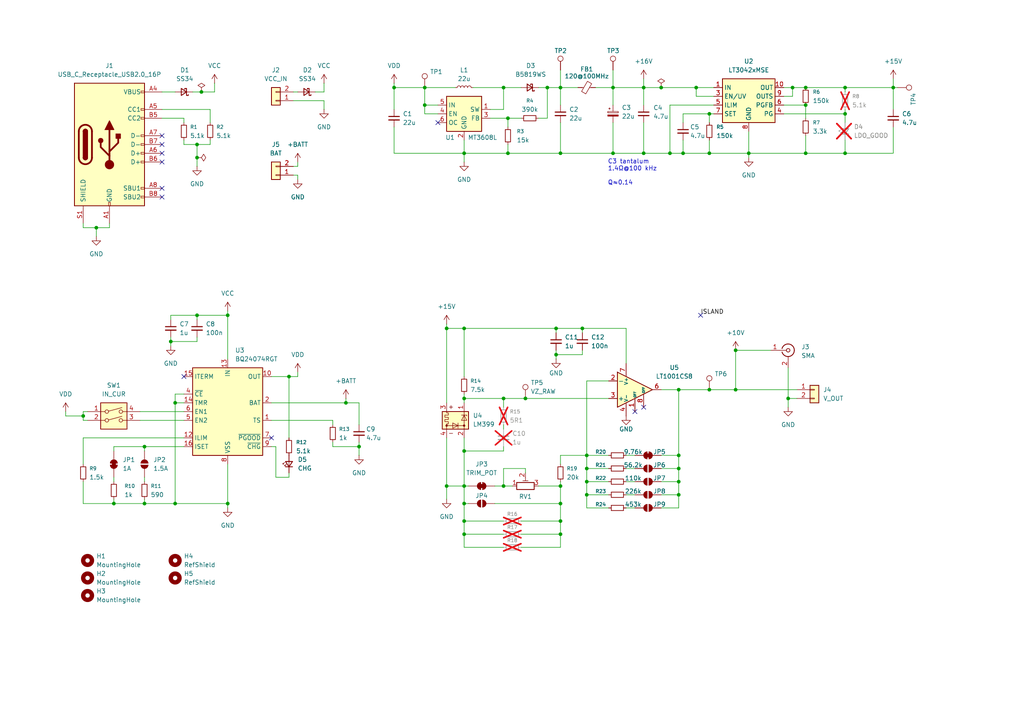
<source format=kicad_sch>
(kicad_sch
	(version 20250114)
	(generator "eeschema")
	(generator_version "9.0")
	(uuid "40d689c8-3e12-43dc-a795-c564ff8f7e42")
	(paper "A4")
	
	(text "C3 tantalum\n1.4Ω@100 kHz\n\nQ≈0.14"
		(exclude_from_sim no)
		(at 176.276 50.038 0)
		(effects
			(font
				(size 1.27 1.27)
			)
			(justify left)
		)
		(uuid "668dc8bc-5a40-4266-a915-f8d278505279")
	)
	(junction
		(at 49.53 99.06)
		(diameter 0)
		(color 0 0 0 0)
		(uuid "014739f6-0175-41ca-bd20-19f5eeffa10b")
	)
	(junction
		(at 57.15 91.44)
		(diameter 0)
		(color 0 0 0 0)
		(uuid "084d00ae-b643-403d-ad98-6861c3e1bdd0")
	)
	(junction
		(at 57.15 45.72)
		(diameter 0)
		(color 0 0 0 0)
		(uuid "179093de-c087-4918-80e9-06c902efb5ae")
	)
	(junction
		(at 50.8 116.84)
		(diameter 0)
		(color 0 0 0 0)
		(uuid "1ad379f5-e8e0-47b9-b20e-dd349f9fb133")
	)
	(junction
		(at 146.05 140.97)
		(diameter 0)
		(color 0 0 0 0)
		(uuid "1c71b041-7b0b-465d-8858-92c7ba9d0f33")
	)
	(junction
		(at 104.14 129.54)
		(diameter 0)
		(color 0 0 0 0)
		(uuid "1d0f0be0-dddc-4d29-9bce-a5161b18d390")
	)
	(junction
		(at 123.19 30.48)
		(diameter 0)
		(color 0 0 0 0)
		(uuid "1ec4a55f-2ebe-408b-a5aa-7cb7e1d0fa18")
	)
	(junction
		(at 146.05 25.4)
		(diameter 0)
		(color 0 0 0 0)
		(uuid "1f69592f-d4a5-4f57-8065-c5076cb1f970")
	)
	(junction
		(at 134.62 115.57)
		(diameter 0)
		(color 0 0 0 0)
		(uuid "2de910b9-163d-4ecc-9c11-3bb1db0157b2")
	)
	(junction
		(at 114.3 25.4)
		(diameter 0)
		(color 0 0 0 0)
		(uuid "2e8535e0-5658-43d8-974a-9ef74ea29ed0")
	)
	(junction
		(at 213.36 113.03)
		(diameter 0)
		(color 0 0 0 0)
		(uuid "38d4ab8a-4916-4e56-9fcd-8e6985e62223")
	)
	(junction
		(at 41.91 129.54)
		(diameter 0)
		(color 0 0 0 0)
		(uuid "39568e96-ec88-4f25-8ae9-c9e821474cc2")
	)
	(junction
		(at 196.85 139.7)
		(diameter 0)
		(color 0 0 0 0)
		(uuid "398d0644-96d5-4f15-8560-a95910d59ad8")
	)
	(junction
		(at 162.56 25.4)
		(diameter 0)
		(color 0 0 0 0)
		(uuid "39b0be07-2b93-416c-aaf6-eb8821af8e69")
	)
	(junction
		(at 186.69 25.4)
		(diameter 0)
		(color 0 0 0 0)
		(uuid "3edb1da0-c947-4036-b072-545b2efcac40")
	)
	(junction
		(at 201.93 25.4)
		(diameter 0)
		(color 0 0 0 0)
		(uuid "4049960a-07d7-4dd6-890b-a4c68fc24466")
	)
	(junction
		(at 245.11 25.4)
		(diameter 0)
		(color 0 0 0 0)
		(uuid "424ed2ff-e5c5-4770-b629-04bc4e51444a")
	)
	(junction
		(at 170.18 143.51)
		(diameter 0)
		(color 0 0 0 0)
		(uuid "42f9b3dd-028c-43d9-97f1-136817ae9cd9")
	)
	(junction
		(at 83.82 109.22)
		(diameter 0)
		(color 0 0 0 0)
		(uuid "44ced88f-b976-4680-9de6-ffeada6d1ea4")
	)
	(junction
		(at 161.29 102.87)
		(diameter 0)
		(color 0 0 0 0)
		(uuid "471e1703-4a0e-40a3-9174-8c2e2f6ae7cf")
	)
	(junction
		(at 205.74 33.02)
		(diameter 0)
		(color 0 0 0 0)
		(uuid "489e03ce-02bf-4692-8248-10ea64bd778f")
	)
	(junction
		(at 24.13 120.65)
		(diameter 0)
		(color 0 0 0 0)
		(uuid "4ba79992-a82e-4fcd-b4f1-1bf55dc428cd")
	)
	(junction
		(at 162.56 44.45)
		(diameter 0)
		(color 0 0 0 0)
		(uuid "4ce1de43-f023-41da-8576-0730c8b84f7a")
	)
	(junction
		(at 196.85 132.08)
		(diameter 0)
		(color 0 0 0 0)
		(uuid "4f467b31-3735-4fbb-8c3b-2b6489eb5926")
	)
	(junction
		(at 177.8 25.4)
		(diameter 0)
		(color 0 0 0 0)
		(uuid "500f32d5-cea4-4955-b47a-599f97d48b9a")
	)
	(junction
		(at 205.74 113.03)
		(diameter 0)
		(color 0 0 0 0)
		(uuid "50f17047-aaa7-40cb-82c0-07ae8132897c")
	)
	(junction
		(at 41.91 146.05)
		(diameter 0)
		(color 0 0 0 0)
		(uuid "54011e98-a7c0-49fd-8749-c525eea84ac4")
	)
	(junction
		(at 259.08 25.4)
		(diameter 0)
		(color 0 0 0 0)
		(uuid "5c9d3d6b-a7be-4f5c-b42e-7e4db7212d6f")
	)
	(junction
		(at 168.91 95.25)
		(diameter 0)
		(color 0 0 0 0)
		(uuid "5fb977a9-77d5-4240-ba6f-4527d3ff3c7d")
	)
	(junction
		(at 198.12 44.45)
		(diameter 0)
		(color 0 0 0 0)
		(uuid "61fda276-8f90-4f94-b143-015848df1754")
	)
	(junction
		(at 162.56 154.94)
		(diameter 0)
		(color 0 0 0 0)
		(uuid "63aecf52-db4c-4afc-82b0-ae8ef3c20144")
	)
	(junction
		(at 196.85 113.03)
		(diameter 0)
		(color 0 0 0 0)
		(uuid "6ccb8b20-8b7d-4f44-bab7-cb00baa501c0")
	)
	(junction
		(at 170.18 135.89)
		(diameter 0)
		(color 0 0 0 0)
		(uuid "6db70806-faa2-4c38-9327-b7979c347a69")
	)
	(junction
		(at 170.18 139.7)
		(diameter 0)
		(color 0 0 0 0)
		(uuid "72b40464-c649-4bd0-aa0a-bba8afed36f5")
	)
	(junction
		(at 134.62 44.45)
		(diameter 0)
		(color 0 0 0 0)
		(uuid "7422c8fc-f681-46fd-a058-a2714686be94")
	)
	(junction
		(at 123.19 25.4)
		(diameter 0)
		(color 0 0 0 0)
		(uuid "788d1c41-967e-479d-8682-48c2eaee450b")
	)
	(junction
		(at 33.02 146.05)
		(diameter 0)
		(color 0 0 0 0)
		(uuid "789e6dc3-6639-4dfc-a11b-af17cfe765c6")
	)
	(junction
		(at 177.8 44.45)
		(diameter 0)
		(color 0 0 0 0)
		(uuid "7f7ceb28-463d-403e-bb2b-e9c754c6b01c")
	)
	(junction
		(at 186.69 44.45)
		(diameter 0)
		(color 0 0 0 0)
		(uuid "8e60d5d4-6cf2-46dc-800d-b5f4be443fb6")
	)
	(junction
		(at 58.42 26.67)
		(diameter 0)
		(color 0 0 0 0)
		(uuid "95068109-ae60-4596-847e-c5d21cf700f3")
	)
	(junction
		(at 66.04 146.05)
		(diameter 0)
		(color 0 0 0 0)
		(uuid "9809bb76-c78d-4e04-8c7d-91094fb16a6f")
	)
	(junction
		(at 134.62 140.97)
		(diameter 0)
		(color 0 0 0 0)
		(uuid "9e44fabc-cafd-439c-b14d-8ebe9c9b702a")
	)
	(junction
		(at 134.62 95.25)
		(diameter 0)
		(color 0 0 0 0)
		(uuid "a0c7a5c6-ce13-4727-b27f-435795055c9f")
	)
	(junction
		(at 196.85 143.51)
		(diameter 0)
		(color 0 0 0 0)
		(uuid "a5669d46-4ea2-4123-aadb-5c44ffe664ae")
	)
	(junction
		(at 129.54 140.97)
		(diameter 0)
		(color 0 0 0 0)
		(uuid "a9a4c45e-32dc-4fab-9909-958d01540a00")
	)
	(junction
		(at 129.54 95.25)
		(diameter 0)
		(color 0 0 0 0)
		(uuid "ab399757-8681-4e7f-9205-4544c4c5f402")
	)
	(junction
		(at 134.62 146.05)
		(diameter 0)
		(color 0 0 0 0)
		(uuid "ad2729b3-9b5e-49ae-97b9-af4f4b261f34")
	)
	(junction
		(at 233.68 30.48)
		(diameter 0)
		(color 0 0 0 0)
		(uuid "b82ede53-90ed-48d1-bea9-4104f379afc5")
	)
	(junction
		(at 134.62 130.81)
		(diameter 0)
		(color 0 0 0 0)
		(uuid "ba055c06-dcba-4b9a-aa5f-e9cb3c1351dd")
	)
	(junction
		(at 134.62 154.94)
		(diameter 0)
		(color 0 0 0 0)
		(uuid "c005f72b-ea33-49e6-a269-71f139290428")
	)
	(junction
		(at 147.32 44.45)
		(diameter 0)
		(color 0 0 0 0)
		(uuid "c2a959d5-b238-4b84-a15a-acb315cd15cc")
	)
	(junction
		(at 196.85 135.89)
		(diameter 0)
		(color 0 0 0 0)
		(uuid "c605e4f3-78bf-42e5-937f-4f8193be3595")
	)
	(junction
		(at 229.87 25.4)
		(diameter 0)
		(color 0 0 0 0)
		(uuid "c67d1f79-37e6-4f72-af4b-5cf950baacfa")
	)
	(junction
		(at 100.33 116.84)
		(diameter 0)
		(color 0 0 0 0)
		(uuid "c6f4c636-6e2f-43f1-84e8-8ae9db8282e8")
	)
	(junction
		(at 158.75 25.4)
		(diameter 0)
		(color 0 0 0 0)
		(uuid "c833f550-0573-4880-86f0-9e295e939892")
	)
	(junction
		(at 147.32 34.29)
		(diameter 0)
		(color 0 0 0 0)
		(uuid "c94d0cc9-6bc1-4754-bd28-65de53e10426")
	)
	(junction
		(at 205.74 44.45)
		(diameter 0)
		(color 0 0 0 0)
		(uuid "cf41cdf7-fde7-432f-99eb-16323cc55702")
	)
	(junction
		(at 162.56 151.13)
		(diameter 0)
		(color 0 0 0 0)
		(uuid "cfa1b7ef-057d-4c45-81d5-6d67a64d5645")
	)
	(junction
		(at 233.68 44.45)
		(diameter 0)
		(color 0 0 0 0)
		(uuid "d2ac517b-e4d1-451b-88d6-ce79ab342103")
	)
	(junction
		(at 170.18 132.08)
		(diameter 0)
		(color 0 0 0 0)
		(uuid "d389412d-44a5-4412-8ce4-580253783f8e")
	)
	(junction
		(at 57.15 41.91)
		(diameter 0)
		(color 0 0 0 0)
		(uuid "d48daa3f-b6ad-4771-b5e8-58d8cb01f2d5")
	)
	(junction
		(at 213.36 101.6)
		(diameter 0)
		(color 0 0 0 0)
		(uuid "d5f3c88e-bbcf-4b8c-ac85-28b8ae20dce0")
	)
	(junction
		(at 191.77 25.4)
		(diameter 0)
		(color 0 0 0 0)
		(uuid "d730ba73-66bb-4a3b-b4ce-ff63e1fe34cc")
	)
	(junction
		(at 245.11 44.45)
		(diameter 0)
		(color 0 0 0 0)
		(uuid "d9fb22a0-b980-4cca-9e44-4b65bf43a1bd")
	)
	(junction
		(at 162.56 140.97)
		(diameter 0)
		(color 0 0 0 0)
		(uuid "dac70e15-0258-4b22-afe9-a468a9a0852d")
	)
	(junction
		(at 146.05 115.57)
		(diameter 0)
		(color 0 0 0 0)
		(uuid "dddb2ce7-32ce-459b-bdd6-1c1e71e12a65")
	)
	(junction
		(at 134.62 151.13)
		(diameter 0)
		(color 0 0 0 0)
		(uuid "e10a54d8-01ae-4f4f-afb7-4caef7bf54b0")
	)
	(junction
		(at 152.4 115.57)
		(diameter 0)
		(color 0 0 0 0)
		(uuid "e21d11a5-c3eb-4f94-b961-7a035f1b8129")
	)
	(junction
		(at 228.6 115.57)
		(diameter 0)
		(color 0 0 0 0)
		(uuid "e26f6635-c464-49e3-a6f6-6ac91aa9ce0c")
	)
	(junction
		(at 50.8 146.05)
		(diameter 0)
		(color 0 0 0 0)
		(uuid "e55069ca-e2d5-4bff-ae81-96a8085d85a0")
	)
	(junction
		(at 217.17 44.45)
		(diameter 0)
		(color 0 0 0 0)
		(uuid "e754bd3d-9ace-4913-a67d-da5071b901c8")
	)
	(junction
		(at 66.04 91.44)
		(diameter 0)
		(color 0 0 0 0)
		(uuid "e99bd449-aeec-4694-b526-8e54bf51b7ee")
	)
	(junction
		(at 233.68 25.4)
		(diameter 0)
		(color 0 0 0 0)
		(uuid "ea9ec552-48b1-4162-9adb-202d6bd9a8db")
	)
	(junction
		(at 161.29 95.25)
		(diameter 0)
		(color 0 0 0 0)
		(uuid "ee11cb70-fe3c-4bbe-82d6-a97a1765daa8")
	)
	(junction
		(at 162.56 146.05)
		(diameter 0)
		(color 0 0 0 0)
		(uuid "f08c7d58-f24a-4283-8e5c-a7c2240a170f")
	)
	(junction
		(at 245.11 33.02)
		(diameter 0)
		(color 0 0 0 0)
		(uuid "f20369fc-afb2-4ef0-9153-8d63cde710f5")
	)
	(junction
		(at 194.31 44.45)
		(diameter 0)
		(color 0 0 0 0)
		(uuid "f679b8e7-6f13-4987-95f3-ac4aa8091e54")
	)
	(junction
		(at 27.94 66.04)
		(diameter 0)
		(color 0 0 0 0)
		(uuid "f9645379-6af6-49d2-a4ef-f266a7fdebc0")
	)
	(no_connect
		(at 46.99 54.61)
		(uuid "00fce185-45f6-44dc-8d67-f53adbec9c98")
	)
	(no_connect
		(at 46.99 39.37)
		(uuid "40735f8c-bc42-490c-99d6-c49204c60540")
	)
	(no_connect
		(at 127 35.56)
		(uuid "5125df8f-7879-4e7b-b701-1ffec570c459")
	)
	(no_connect
		(at 46.99 57.15)
		(uuid "764138aa-881b-4abd-92c8-bf27014ed9d6")
	)
	(no_connect
		(at 184.15 119.38)
		(uuid "84ae1687-1c5d-4f37-8796-5bee11093804")
	)
	(no_connect
		(at 46.99 44.45)
		(uuid "8cf58920-3770-4970-847e-c6e1979ca39a")
	)
	(no_connect
		(at 46.99 41.91)
		(uuid "9531c971-7e8f-4638-9b92-70caca6339ed")
	)
	(no_connect
		(at 46.99 46.99)
		(uuid "962d3918-6111-4d85-9fa0-b7e26d96a7b6")
	)
	(no_connect
		(at 203.2 91.44)
		(uuid "ba215974-4266-40a5-a201-2cf5deef782c")
	)
	(no_connect
		(at 186.69 118.11)
		(uuid "bc6b02f0-801e-4c75-b37d-c3c396134dfd")
	)
	(no_connect
		(at 78.74 127)
		(uuid "da4ce5cb-adcc-48a7-8aac-3e5083a20b53")
	)
	(no_connect
		(at 53.34 109.22)
		(uuid "f34f8a90-8540-4fbb-a1f1-c124feaa8440")
	)
	(wire
		(pts
			(xy 162.56 35.56) (xy 162.56 44.45)
		)
		(stroke
			(width 0)
			(type default)
		)
		(uuid "009cf117-e23f-4c7e-941b-7fc9defab4d2")
	)
	(wire
		(pts
			(xy 137.16 25.4) (xy 146.05 25.4)
		)
		(stroke
			(width 0)
			(type default)
		)
		(uuid "00a482bc-8f5d-4ef8-a66f-26b1cd1b8f74")
	)
	(wire
		(pts
			(xy 217.17 45.72) (xy 217.17 44.45)
		)
		(stroke
			(width 0)
			(type default)
		)
		(uuid "010891a6-f210-41e1-891e-5759cf88726e")
	)
	(wire
		(pts
			(xy 170.18 110.49) (xy 170.18 132.08)
		)
		(stroke
			(width 0)
			(type default)
		)
		(uuid "01933143-85f6-4e79-acb4-f564075a7bf8")
	)
	(wire
		(pts
			(xy 49.53 91.44) (xy 57.15 91.44)
		)
		(stroke
			(width 0)
			(type default)
		)
		(uuid "04882085-6669-4099-ad75-af177a9df89e")
	)
	(wire
		(pts
			(xy 78.74 116.84) (xy 100.33 116.84)
		)
		(stroke
			(width 0)
			(type default)
		)
		(uuid "04fa152d-19c8-4b42-af26-0e72ea15f382")
	)
	(wire
		(pts
			(xy 233.68 25.4) (xy 245.11 25.4)
		)
		(stroke
			(width 0)
			(type default)
		)
		(uuid "059e4983-0ede-4d54-bc2b-e3fa91c73873")
	)
	(wire
		(pts
			(xy 57.15 91.44) (xy 66.04 91.44)
		)
		(stroke
			(width 0)
			(type default)
		)
		(uuid "05d3238f-8343-424d-b37a-61f2392d6d56")
	)
	(wire
		(pts
			(xy 24.13 139.7) (xy 24.13 146.05)
		)
		(stroke
			(width 0)
			(type default)
		)
		(uuid "05d7a5bd-e704-42c0-a391-63530e9f2aa5")
	)
	(wire
		(pts
			(xy 147.32 34.29) (xy 151.13 34.29)
		)
		(stroke
			(width 0)
			(type default)
		)
		(uuid "065eeaa4-4cef-4673-aae3-74577ac437e7")
	)
	(wire
		(pts
			(xy 191.77 139.7) (xy 196.85 139.7)
		)
		(stroke
			(width 0)
			(type default)
		)
		(uuid "078a2c77-c3c1-42b2-8803-1845912131b6")
	)
	(wire
		(pts
			(xy 127 30.48) (xy 123.19 30.48)
		)
		(stroke
			(width 0)
			(type default)
		)
		(uuid "08ebfeb5-1794-40d5-907d-6250f284a813")
	)
	(wire
		(pts
			(xy 57.15 45.72) (xy 57.15 48.26)
		)
		(stroke
			(width 0)
			(type default)
		)
		(uuid "0a2c1a87-6c02-4e0f-96d0-7cbc52cd4ce0")
	)
	(wire
		(pts
			(xy 207.01 33.02) (xy 205.74 33.02)
		)
		(stroke
			(width 0)
			(type default)
		)
		(uuid "0bb646a8-2402-4c76-a9b1-0c292dd707b9")
	)
	(wire
		(pts
			(xy 129.54 144.78) (xy 129.54 140.97)
		)
		(stroke
			(width 0)
			(type default)
		)
		(uuid "0d7a5c4b-f308-4440-895b-558aab6c6473")
	)
	(wire
		(pts
			(xy 227.33 33.02) (xy 245.11 33.02)
		)
		(stroke
			(width 0)
			(type default)
		)
		(uuid "0ef7f11f-f97a-45dc-a043-68aad90a5c34")
	)
	(wire
		(pts
			(xy 53.34 41.91) (xy 57.15 41.91)
		)
		(stroke
			(width 0)
			(type default)
		)
		(uuid "13cd188a-49b2-4b7d-bee6-491eb7f2b6e7")
	)
	(wire
		(pts
			(xy 33.02 139.7) (xy 33.02 138.43)
		)
		(stroke
			(width 0)
			(type default)
		)
		(uuid "13d25d58-e376-4d2d-af25-d54f1453a54f")
	)
	(wire
		(pts
			(xy 41.91 146.05) (xy 50.8 146.05)
		)
		(stroke
			(width 0)
			(type default)
		)
		(uuid "16d485f8-15e0-4451-b0b8-a487a8f199e0")
	)
	(wire
		(pts
			(xy 24.13 64.77) (xy 24.13 66.04)
		)
		(stroke
			(width 0)
			(type default)
		)
		(uuid "16d4988b-9720-4879-a5e3-48a43a82536b")
	)
	(wire
		(pts
			(xy 191.77 113.03) (xy 196.85 113.03)
		)
		(stroke
			(width 0)
			(type default)
		)
		(uuid "171c8063-85ee-4d75-a5cc-612eb1886925")
	)
	(wire
		(pts
			(xy 41.91 129.54) (xy 41.91 130.81)
		)
		(stroke
			(width 0)
			(type default)
		)
		(uuid "188e5cba-878c-4f7b-9ce5-119cfaf1630f")
	)
	(wire
		(pts
			(xy 19.05 120.65) (xy 24.13 120.65)
		)
		(stroke
			(width 0)
			(type default)
		)
		(uuid "1904d3ed-46b2-47bd-b934-953ec07ed735")
	)
	(wire
		(pts
			(xy 198.12 33.02) (xy 205.74 33.02)
		)
		(stroke
			(width 0)
			(type default)
		)
		(uuid "199c624f-3c6f-4e79-bb34-58a98ed10569")
	)
	(wire
		(pts
			(xy 123.19 25.4) (xy 132.08 25.4)
		)
		(stroke
			(width 0)
			(type default)
		)
		(uuid "19d378e1-f23a-4fff-a5e2-9f25fc4b09da")
	)
	(wire
		(pts
			(xy 181.61 139.7) (xy 184.15 139.7)
		)
		(stroke
			(width 0)
			(type default)
		)
		(uuid "19f8b8a2-8700-4c2e-bd87-d805a72623df")
	)
	(wire
		(pts
			(xy 24.13 119.38) (xy 25.4 119.38)
		)
		(stroke
			(width 0)
			(type default)
		)
		(uuid "1c123cfd-7af5-46db-98a2-e84bf52afae7")
	)
	(wire
		(pts
			(xy 86.36 50.8) (xy 86.36 52.07)
		)
		(stroke
			(width 0)
			(type default)
		)
		(uuid "1eb29223-5e86-48c5-ae2c-f45050575b59")
	)
	(wire
		(pts
			(xy 134.62 140.97) (xy 129.54 140.97)
		)
		(stroke
			(width 0)
			(type default)
		)
		(uuid "1f6b7f50-7cac-4efe-bf5e-2fbe8cb32862")
	)
	(wire
		(pts
			(xy 205.74 44.45) (xy 217.17 44.45)
		)
		(stroke
			(width 0)
			(type default)
		)
		(uuid "20ba5ca5-5cb1-41dc-8a80-142b54421ef1")
	)
	(wire
		(pts
			(xy 53.34 34.29) (xy 53.34 35.56)
		)
		(stroke
			(width 0)
			(type default)
		)
		(uuid "20bf125f-548b-4802-89a3-1a69ba065856")
	)
	(wire
		(pts
			(xy 55.88 26.67) (xy 58.42 26.67)
		)
		(stroke
			(width 0)
			(type default)
		)
		(uuid "247eebe6-bf9c-4ef9-b219-b6da1e38bc62")
	)
	(wire
		(pts
			(xy 231.14 115.57) (xy 228.6 115.57)
		)
		(stroke
			(width 0)
			(type default)
		)
		(uuid "2510964e-ab80-42e5-8c03-fe41ed715eb0")
	)
	(wire
		(pts
			(xy 142.24 34.29) (xy 147.32 34.29)
		)
		(stroke
			(width 0)
			(type default)
		)
		(uuid "2540705c-da55-4118-858f-3f59ccdf842b")
	)
	(wire
		(pts
			(xy 129.54 95.25) (xy 129.54 116.84)
		)
		(stroke
			(width 0)
			(type default)
		)
		(uuid "25dc6062-684f-4c7f-9510-186ea4871615")
	)
	(wire
		(pts
			(xy 33.02 129.54) (xy 41.91 129.54)
		)
		(stroke
			(width 0)
			(type default)
		)
		(uuid "28b25e64-526c-4839-8b1e-cf6406197590")
	)
	(wire
		(pts
			(xy 53.34 127) (xy 24.13 127)
		)
		(stroke
			(width 0)
			(type default)
		)
		(uuid "2d99f716-c68f-457f-88cb-8e60a0d3ad98")
	)
	(wire
		(pts
			(xy 134.62 130.81) (xy 134.62 140.97)
		)
		(stroke
			(width 0)
			(type default)
		)
		(uuid "2e091ef1-5553-4392-9c0b-68b197fb07f1")
	)
	(wire
		(pts
			(xy 181.61 135.89) (xy 184.15 135.89)
		)
		(stroke
			(width 0)
			(type default)
		)
		(uuid "2eac281a-fbb9-4e96-b4de-065e2257f64c")
	)
	(wire
		(pts
			(xy 168.91 102.87) (xy 161.29 102.87)
		)
		(stroke
			(width 0)
			(type default)
		)
		(uuid "2ef7ac94-1fcc-4d74-9b11-9aab61837503")
	)
	(wire
		(pts
			(xy 213.36 101.6) (xy 223.52 101.6)
		)
		(stroke
			(width 0)
			(type default)
		)
		(uuid "2f55b7ee-fcd1-4572-ab1a-c926acb44888")
	)
	(wire
		(pts
			(xy 24.13 127) (xy 24.13 134.62)
		)
		(stroke
			(width 0)
			(type default)
		)
		(uuid "2f65ebdd-f06c-4012-99a1-b8b2542567ab")
	)
	(wire
		(pts
			(xy 143.51 140.97) (xy 146.05 140.97)
		)
		(stroke
			(width 0)
			(type default)
		)
		(uuid "31022717-ef90-4c22-b8e6-366ef1d2a4c7")
	)
	(wire
		(pts
			(xy 41.91 144.78) (xy 41.91 146.05)
		)
		(stroke
			(width 0)
			(type default)
		)
		(uuid "31e8f257-c0ab-428f-be9b-3c24ed85feb0")
	)
	(wire
		(pts
			(xy 60.96 41.91) (xy 57.15 41.91)
		)
		(stroke
			(width 0)
			(type default)
		)
		(uuid "31f9cbef-bcf3-4cb3-ac89-9779cd964400")
	)
	(wire
		(pts
			(xy 114.3 36.83) (xy 114.3 44.45)
		)
		(stroke
			(width 0)
			(type default)
		)
		(uuid "332325e5-bb8d-47ba-911d-25d790faddbe")
	)
	(wire
		(pts
			(xy 24.13 146.05) (xy 33.02 146.05)
		)
		(stroke
			(width 0)
			(type default)
		)
		(uuid "3353e458-7454-4f2e-99c4-1c10c7d89cd2")
	)
	(wire
		(pts
			(xy 93.98 26.67) (xy 91.44 26.67)
		)
		(stroke
			(width 0)
			(type default)
		)
		(uuid "342603c2-6e60-4ba0-ba2a-c3e75a44b192")
	)
	(wire
		(pts
			(xy 245.11 33.02) (xy 245.11 31.75)
		)
		(stroke
			(width 0)
			(type default)
		)
		(uuid "344520f7-23c7-4c0f-bc4c-bc4220e1d1ba")
	)
	(wire
		(pts
			(xy 86.36 109.22) (xy 83.82 109.22)
		)
		(stroke
			(width 0)
			(type default)
		)
		(uuid "3562d9a0-d830-4d28-98da-899dcf2802c4")
	)
	(wire
		(pts
			(xy 229.87 27.94) (xy 229.87 25.4)
		)
		(stroke
			(width 0)
			(type default)
		)
		(uuid "379d0f5a-fe1d-4a06-82f8-5ed3b01654d8")
	)
	(wire
		(pts
			(xy 151.13 154.94) (xy 162.56 154.94)
		)
		(stroke
			(width 0)
			(type default)
		)
		(uuid "3ba9d612-6548-4f14-ae1b-48da54b547f2")
	)
	(wire
		(pts
			(xy 33.02 130.81) (xy 33.02 129.54)
		)
		(stroke
			(width 0)
			(type default)
		)
		(uuid "3c5f744d-d225-462d-8645-78c64c2701c8")
	)
	(wire
		(pts
			(xy 194.31 44.45) (xy 198.12 44.45)
		)
		(stroke
			(width 0)
			(type default)
		)
		(uuid "3d5996b2-b551-474e-8603-efd9ed402d36")
	)
	(wire
		(pts
			(xy 168.91 95.25) (xy 181.61 95.25)
		)
		(stroke
			(width 0)
			(type default)
		)
		(uuid "404afe38-7ee8-4659-b529-c5c02e9e0a7f")
	)
	(wire
		(pts
			(xy 170.18 139.7) (xy 170.18 143.51)
		)
		(stroke
			(width 0)
			(type default)
		)
		(uuid "408bd018-83bd-48e6-af17-9ee0ee6b00d8")
	)
	(wire
		(pts
			(xy 162.56 44.45) (xy 177.8 44.45)
		)
		(stroke
			(width 0)
			(type default)
		)
		(uuid "40e07c41-5070-4556-ab90-8175c8cc3c52")
	)
	(wire
		(pts
			(xy 191.77 132.08) (xy 196.85 132.08)
		)
		(stroke
			(width 0)
			(type default)
		)
		(uuid "42bd10d2-e29f-4621-940b-498da865b60b")
	)
	(wire
		(pts
			(xy 146.05 140.97) (xy 148.59 140.97)
		)
		(stroke
			(width 0)
			(type default)
		)
		(uuid "43f8d877-8aab-48b2-bb38-c52ffb0042b8")
	)
	(wire
		(pts
			(xy 162.56 25.4) (xy 167.64 25.4)
		)
		(stroke
			(width 0)
			(type default)
		)
		(uuid "45b3c492-da72-4f11-9ec9-9180d04f9386")
	)
	(wire
		(pts
			(xy 146.05 135.89) (xy 146.05 140.97)
		)
		(stroke
			(width 0)
			(type default)
		)
		(uuid "48ccbded-eadd-4925-bdc0-54524b005e47")
	)
	(wire
		(pts
			(xy 80.01 138.43) (xy 83.82 138.43)
		)
		(stroke
			(width 0)
			(type default)
		)
		(uuid "4a44b450-0472-44f4-940a-aa1fa5d6b3bf")
	)
	(wire
		(pts
			(xy 134.62 109.22) (xy 134.62 95.25)
		)
		(stroke
			(width 0)
			(type default)
		)
		(uuid "4c043a9e-58c4-49fc-982f-80e94b504d75")
	)
	(wire
		(pts
			(xy 233.68 30.48) (xy 233.68 34.29)
		)
		(stroke
			(width 0)
			(type default)
		)
		(uuid "4d18fc26-cfba-451e-8805-dadc7e0299ea")
	)
	(wire
		(pts
			(xy 123.19 33.02) (xy 123.19 30.48)
		)
		(stroke
			(width 0)
			(type default)
		)
		(uuid "4d903c91-aa76-4324-b56e-fe94d15bf699")
	)
	(wire
		(pts
			(xy 198.12 40.64) (xy 198.12 44.45)
		)
		(stroke
			(width 0)
			(type default)
		)
		(uuid "4eab573d-d80a-41ca-ab7e-fd96be4565e6")
	)
	(wire
		(pts
			(xy 151.13 158.75) (xy 162.56 158.75)
		)
		(stroke
			(width 0)
			(type default)
		)
		(uuid "4fba89bc-a145-456a-8978-2d17e29951db")
	)
	(wire
		(pts
			(xy 134.62 158.75) (xy 146.05 158.75)
		)
		(stroke
			(width 0)
			(type default)
		)
		(uuid "5086f410-0c90-4cee-8cc1-12cb48b595cb")
	)
	(wire
		(pts
			(xy 191.77 143.51) (xy 196.85 143.51)
		)
		(stroke
			(width 0)
			(type default)
		)
		(uuid "51d0783c-8331-4018-931e-25188f447895")
	)
	(wire
		(pts
			(xy 49.53 97.79) (xy 49.53 99.06)
		)
		(stroke
			(width 0)
			(type default)
		)
		(uuid "522058c2-78cf-4b65-93c9-f3e04d9606e0")
	)
	(wire
		(pts
			(xy 60.96 40.64) (xy 60.96 41.91)
		)
		(stroke
			(width 0)
			(type default)
		)
		(uuid "54a4b250-9ea5-4ac2-a8d9-039daf449b16")
	)
	(wire
		(pts
			(xy 129.54 93.98) (xy 129.54 95.25)
		)
		(stroke
			(width 0)
			(type default)
		)
		(uuid "54b63162-c4bc-4607-ba0a-d16eaf773191")
	)
	(wire
		(pts
			(xy 198.12 35.56) (xy 198.12 33.02)
		)
		(stroke
			(width 0)
			(type default)
		)
		(uuid "551208c9-2c58-4993-809a-7b6a00fdb621")
	)
	(wire
		(pts
			(xy 147.32 34.29) (xy 147.32 36.83)
		)
		(stroke
			(width 0)
			(type default)
		)
		(uuid "576c4b57-e629-42f1-92db-7d3300c04d6e")
	)
	(wire
		(pts
			(xy 49.53 92.71) (xy 49.53 91.44)
		)
		(stroke
			(width 0)
			(type default)
		)
		(uuid "58bfbe64-60fb-4a37-8d50-77a6a5a3962a")
	)
	(wire
		(pts
			(xy 201.93 25.4) (xy 207.01 25.4)
		)
		(stroke
			(width 0)
			(type default)
		)
		(uuid "58fb57a1-fcda-44fb-a99c-9cd84c6ed76b")
	)
	(wire
		(pts
			(xy 162.56 132.08) (xy 170.18 132.08)
		)
		(stroke
			(width 0)
			(type default)
		)
		(uuid "59634e04-b3ea-4ec4-8cc1-8c951c2b937d")
	)
	(wire
		(pts
			(xy 177.8 25.4) (xy 186.69 25.4)
		)
		(stroke
			(width 0)
			(type default)
		)
		(uuid "5a474c3a-58f0-43ee-b72f-cf5f87ceb2f0")
	)
	(wire
		(pts
			(xy 259.08 44.45) (xy 245.11 44.45)
		)
		(stroke
			(width 0)
			(type default)
		)
		(uuid "5baa7d26-455a-4e9e-befe-2b2bba9bdcff")
	)
	(wire
		(pts
			(xy 152.4 137.16) (xy 152.4 135.89)
		)
		(stroke
			(width 0)
			(type default)
		)
		(uuid "5be3df5b-fc75-4bd4-a547-107f017e44b8")
	)
	(wire
		(pts
			(xy 259.08 22.86) (xy 259.08 25.4)
		)
		(stroke
			(width 0)
			(type default)
		)
		(uuid "5d4d4858-854d-4c41-bc7d-8bacbde381d8")
	)
	(wire
		(pts
			(xy 259.08 36.83) (xy 259.08 44.45)
		)
		(stroke
			(width 0)
			(type default)
		)
		(uuid "5df9125d-a323-4ce0-8fed-6862f201d507")
	)
	(wire
		(pts
			(xy 186.69 30.48) (xy 186.69 25.4)
		)
		(stroke
			(width 0)
			(type default)
		)
		(uuid "5e074fc3-ddd1-44d6-bc0b-0f27da732381")
	)
	(wire
		(pts
			(xy 172.72 25.4) (xy 177.8 25.4)
		)
		(stroke
			(width 0)
			(type default)
		)
		(uuid "5f73b8ff-9eb2-4ac5-8731-b77ba8ca8e88")
	)
	(wire
		(pts
			(xy 147.32 44.45) (xy 134.62 44.45)
		)
		(stroke
			(width 0)
			(type default)
		)
		(uuid "5f7cb855-db42-4a50-8990-bbed32260cf4")
	)
	(wire
		(pts
			(xy 78.74 121.92) (xy 96.52 121.92)
		)
		(stroke
			(width 0)
			(type default)
		)
		(uuid "60ccd6cf-8b23-4206-9077-0f9338554bef")
	)
	(wire
		(pts
			(xy 158.75 25.4) (xy 162.56 25.4)
		)
		(stroke
			(width 0)
			(type default)
		)
		(uuid "625c023b-d8e8-46da-9c50-77eb8058f34b")
	)
	(wire
		(pts
			(xy 24.13 66.04) (xy 27.94 66.04)
		)
		(stroke
			(width 0)
			(type default)
		)
		(uuid "628cd159-2bf7-47c4-ab84-73771559db93")
	)
	(wire
		(pts
			(xy 57.15 97.79) (xy 57.15 99.06)
		)
		(stroke
			(width 0)
			(type default)
		)
		(uuid "62d31b25-510f-4b28-a269-a0936d6dd762")
	)
	(wire
		(pts
			(xy 57.15 99.06) (xy 49.53 99.06)
		)
		(stroke
			(width 0)
			(type default)
		)
		(uuid "63099b8e-37c3-41af-b05b-a22ff875bca8")
	)
	(wire
		(pts
			(xy 191.77 135.89) (xy 196.85 135.89)
		)
		(stroke
			(width 0)
			(type default)
		)
		(uuid "6384cfa9-d60a-4527-beb1-5a4427d85e50")
	)
	(wire
		(pts
			(xy 31.75 66.04) (xy 27.94 66.04)
		)
		(stroke
			(width 0)
			(type default)
		)
		(uuid "63999278-6b9c-49ec-9880-a302dea1f615")
	)
	(wire
		(pts
			(xy 162.56 140.97) (xy 156.21 140.97)
		)
		(stroke
			(width 0)
			(type default)
		)
		(uuid "64758e4e-6170-4d9c-ab1a-e058514208d8")
	)
	(wire
		(pts
			(xy 104.14 116.84) (xy 100.33 116.84)
		)
		(stroke
			(width 0)
			(type default)
		)
		(uuid "65edb0ad-f51f-4e52-9f36-65284599cb78")
	)
	(wire
		(pts
			(xy 46.99 34.29) (xy 53.34 34.29)
		)
		(stroke
			(width 0)
			(type default)
		)
		(uuid "6676a57c-1603-418c-8dbd-79d089652798")
	)
	(wire
		(pts
			(xy 104.14 129.54) (xy 104.14 132.08)
		)
		(stroke
			(width 0)
			(type default)
		)
		(uuid "67ca55b8-9acb-484a-88b9-a11fb46e8c16")
	)
	(wire
		(pts
			(xy 181.61 132.08) (xy 184.15 132.08)
		)
		(stroke
			(width 0)
			(type default)
		)
		(uuid "692784ad-a88a-407b-804e-f7dd38b92dbf")
	)
	(wire
		(pts
			(xy 78.74 129.54) (xy 80.01 129.54)
		)
		(stroke
			(width 0)
			(type default)
		)
		(uuid "698ba454-1d54-4154-bee4-b92943ef779b")
	)
	(wire
		(pts
			(xy 196.85 113.03) (xy 205.74 113.03)
		)
		(stroke
			(width 0)
			(type default)
		)
		(uuid "6a0b17aa-6057-464f-9f16-4c259ef97d5e")
	)
	(wire
		(pts
			(xy 161.29 96.52) (xy 161.29 95.25)
		)
		(stroke
			(width 0)
			(type default)
		)
		(uuid "6b64d7dd-9489-42df-b73a-cf80b4b98129")
	)
	(wire
		(pts
			(xy 227.33 27.94) (xy 229.87 27.94)
		)
		(stroke
			(width 0)
			(type default)
		)
		(uuid "6c03a87c-dce3-4afe-bded-7f159d4f7c71")
	)
	(wire
		(pts
			(xy 196.85 135.89) (xy 196.85 139.7)
		)
		(stroke
			(width 0)
			(type default)
		)
		(uuid "6c4854df-4e45-444f-9064-23e2a8f9130b")
	)
	(wire
		(pts
			(xy 24.13 120.65) (xy 24.13 119.38)
		)
		(stroke
			(width 0)
			(type default)
		)
		(uuid "6d001524-7b41-4741-9a7a-3f6dc9b4825a")
	)
	(wire
		(pts
			(xy 104.14 128.27) (xy 104.14 129.54)
		)
		(stroke
			(width 0)
			(type default)
		)
		(uuid "6d8446ba-3e0d-4e28-92e8-a1db85879a69")
	)
	(wire
		(pts
			(xy 260.35 25.4) (xy 259.08 25.4)
		)
		(stroke
			(width 0)
			(type default)
		)
		(uuid "6e7110b5-022c-4554-b04a-031dff529918")
	)
	(wire
		(pts
			(xy 194.31 30.48) (xy 194.31 44.45)
		)
		(stroke
			(width 0)
			(type default)
		)
		(uuid "6e8755bb-73fd-4fb3-aa26-dd4bb77a9f2f")
	)
	(wire
		(pts
			(xy 161.29 95.25) (xy 134.62 95.25)
		)
		(stroke
			(width 0)
			(type default)
		)
		(uuid "6eb6f756-d4aa-448d-bf49-fa564bbeafbe")
	)
	(wire
		(pts
			(xy 93.98 29.21) (xy 93.98 31.75)
		)
		(stroke
			(width 0)
			(type default)
		)
		(uuid "6ed02435-f0f0-4443-aacc-a731dab6dfa0")
	)
	(wire
		(pts
			(xy 58.42 26.67) (xy 62.23 26.67)
		)
		(stroke
			(width 0)
			(type default)
		)
		(uuid "6f486d08-53e8-4880-aa09-2daa21a52e3c")
	)
	(wire
		(pts
			(xy 46.99 31.75) (xy 60.96 31.75)
		)
		(stroke
			(width 0)
			(type default)
		)
		(uuid "712656fb-16e5-4fc9-aa71-c938d1fe2da2")
	)
	(wire
		(pts
			(xy 245.11 33.02) (xy 245.11 35.56)
		)
		(stroke
			(width 0)
			(type default)
		)
		(uuid "71533026-136a-43bc-a2db-73334cf24b9e")
	)
	(wire
		(pts
			(xy 162.56 158.75) (xy 162.56 154.94)
		)
		(stroke
			(width 0)
			(type default)
		)
		(uuid "71d21d6b-3bc2-470a-baaf-3e0598294a3e")
	)
	(wire
		(pts
			(xy 85.09 26.67) (xy 86.36 26.67)
		)
		(stroke
			(width 0)
			(type default)
		)
		(uuid "729beedb-09d2-4f96-83f8-3d588f8a0736")
	)
	(wire
		(pts
			(xy 213.36 113.03) (xy 213.36 101.6)
		)
		(stroke
			(width 0)
			(type default)
		)
		(uuid "7373fa56-9676-4876-bf04-a2a71dc3ef8f")
	)
	(wire
		(pts
			(xy 201.93 27.94) (xy 201.93 25.4)
		)
		(stroke
			(width 0)
			(type default)
		)
		(uuid "7565d224-ddfd-4d10-810a-9b2532d0fad0")
	)
	(wire
		(pts
			(xy 50.8 116.84) (xy 50.8 146.05)
		)
		(stroke
			(width 0)
			(type default)
		)
		(uuid "7650708f-4fb4-4366-aeb1-9ad868028caf")
	)
	(wire
		(pts
			(xy 46.99 26.67) (xy 50.8 26.67)
		)
		(stroke
			(width 0)
			(type default)
		)
		(uuid "76f524d9-6759-46e5-873b-3402174f6290")
	)
	(wire
		(pts
			(xy 57.15 41.91) (xy 57.15 45.72)
		)
		(stroke
			(width 0)
			(type default)
		)
		(uuid "7713c589-de26-4bfb-9ff6-4df206388c85")
	)
	(wire
		(pts
			(xy 233.68 39.37) (xy 233.68 44.45)
		)
		(stroke
			(width 0)
			(type default)
		)
		(uuid "78715611-fe2f-41ef-ad67-c5a80d0b9a0b")
	)
	(wire
		(pts
			(xy 177.8 44.45) (xy 186.69 44.45)
		)
		(stroke
			(width 0)
			(type default)
		)
		(uuid "7975dcab-d4a4-4530-8612-5b431dfaa4e9")
	)
	(wire
		(pts
			(xy 93.98 24.13) (xy 93.98 26.67)
		)
		(stroke
			(width 0)
			(type default)
		)
		(uuid "7aab5c26-ab90-4b12-9ca0-c55b968e6a96")
	)
	(wire
		(pts
			(xy 191.77 25.4) (xy 201.93 25.4)
		)
		(stroke
			(width 0)
			(type default)
		)
		(uuid "7b961596-bbb7-4ff2-95e9-1566cf5e350b")
	)
	(wire
		(pts
			(xy 245.11 40.64) (xy 245.11 44.45)
		)
		(stroke
			(width 0)
			(type default)
		)
		(uuid "7c53e029-6136-45ff-8b62-11da0a06df8a")
	)
	(wire
		(pts
			(xy 83.82 109.22) (xy 78.74 109.22)
		)
		(stroke
			(width 0)
			(type default)
		)
		(uuid "7cd67ac4-57f4-492e-a860-831dc383a68b")
	)
	(wire
		(pts
			(xy 177.8 25.4) (xy 177.8 30.48)
		)
		(stroke
			(width 0)
			(type default)
		)
		(uuid "7e89a347-c1ef-40d8-aea1-1e0e2913b21c")
	)
	(wire
		(pts
			(xy 161.29 101.6) (xy 161.29 102.87)
		)
		(stroke
			(width 0)
			(type default)
		)
		(uuid "7f7bce67-1025-41e7-bb95-7e1edc5e1454")
	)
	(wire
		(pts
			(xy 158.75 34.29) (xy 158.75 25.4)
		)
		(stroke
			(width 0)
			(type default)
		)
		(uuid "7fdef218-6a31-4058-9b29-a07b235074c2")
	)
	(wire
		(pts
			(xy 100.33 115.57) (xy 100.33 116.84)
		)
		(stroke
			(width 0)
			(type default)
		)
		(uuid "836e77ab-39cc-4ae5-99d2-6d469afcab2b")
	)
	(wire
		(pts
			(xy 134.62 154.94) (xy 134.62 158.75)
		)
		(stroke
			(width 0)
			(type default)
		)
		(uuid "84ca7128-fae7-45e6-b245-271b93cf2b1c")
	)
	(wire
		(pts
			(xy 198.12 44.45) (xy 205.74 44.45)
		)
		(stroke
			(width 0)
			(type default)
		)
		(uuid "863f7757-b747-47bb-8ed4-97487d62b223")
	)
	(wire
		(pts
			(xy 170.18 132.08) (xy 170.18 135.89)
		)
		(stroke
			(width 0)
			(type default)
		)
		(uuid "8744b0b9-2cb5-4c5e-ba5e-4e55ac7d5a84")
	)
	(wire
		(pts
			(xy 162.56 151.13) (xy 162.56 146.05)
		)
		(stroke
			(width 0)
			(type default)
		)
		(uuid "87f204e6-1847-43fc-8f25-ef013b88a890")
	)
	(wire
		(pts
			(xy 162.56 154.94) (xy 162.56 151.13)
		)
		(stroke
			(width 0)
			(type default)
		)
		(uuid "885d9244-0c6c-4947-bd82-c00ce0868ecb")
	)
	(wire
		(pts
			(xy 86.36 48.26) (xy 86.36 46.99)
		)
		(stroke
			(width 0)
			(type default)
		)
		(uuid "88acf44f-14ad-4d85-9bbe-dc890967893d")
	)
	(wire
		(pts
			(xy 127 33.02) (xy 123.19 33.02)
		)
		(stroke
			(width 0)
			(type default)
		)
		(uuid "891daa99-0e60-4b0e-a40e-d5671162d912")
	)
	(wire
		(pts
			(xy 53.34 40.64) (xy 53.34 41.91)
		)
		(stroke
			(width 0)
			(type default)
		)
		(uuid "8be093f6-91d4-4b42-8576-976f4b2d94ca")
	)
	(wire
		(pts
			(xy 233.68 44.45) (xy 245.11 44.45)
		)
		(stroke
			(width 0)
			(type default)
		)
		(uuid "8bfd6d15-e419-4d1e-bfd2-d5cea7030919")
	)
	(wire
		(pts
			(xy 162.56 139.7) (xy 162.56 140.97)
		)
		(stroke
			(width 0)
			(type default)
		)
		(uuid "8d0baa0a-a578-490e-a207-6373e8fea32b")
	)
	(wire
		(pts
			(xy 114.3 44.45) (xy 134.62 44.45)
		)
		(stroke
			(width 0)
			(type default)
		)
		(uuid "8d8ce977-ed54-4b96-a542-35bb40edf883")
	)
	(wire
		(pts
			(xy 259.08 25.4) (xy 245.11 25.4)
		)
		(stroke
			(width 0)
			(type default)
		)
		(uuid "90508284-292e-4e16-88fa-c049aa26bca7")
	)
	(wire
		(pts
			(xy 114.3 25.4) (xy 123.19 25.4)
		)
		(stroke
			(width 0)
			(type default)
		)
		(uuid "905df94b-13f7-47f3-91e5-98f20c8ba6a5")
	)
	(wire
		(pts
			(xy 217.17 38.1) (xy 217.17 44.45)
		)
		(stroke
			(width 0)
			(type default)
		)
		(uuid "912ac608-1708-4a20-b88b-635c5fe75a52")
	)
	(wire
		(pts
			(xy 104.14 116.84) (xy 104.14 123.19)
		)
		(stroke
			(width 0)
			(type default)
		)
		(uuid "930e894c-315d-45c1-bfe7-6a3e844a0f88")
	)
	(wire
		(pts
			(xy 33.02 144.78) (xy 33.02 146.05)
		)
		(stroke
			(width 0)
			(type default)
		)
		(uuid "95c355ca-fc20-48f6-9d09-5ab448e50618")
	)
	(wire
		(pts
			(xy 134.62 130.81) (xy 146.05 130.81)
		)
		(stroke
			(width 0)
			(type default)
		)
		(uuid "95c53430-2366-445f-b110-cc0f130811e0")
	)
	(wire
		(pts
			(xy 53.34 114.3) (xy 50.8 114.3)
		)
		(stroke
			(width 0)
			(type default)
		)
		(uuid "97846049-3d4a-4017-88af-5b3818a9ae70")
	)
	(wire
		(pts
			(xy 194.31 30.48) (xy 207.01 30.48)
		)
		(stroke
			(width 0)
			(type default)
		)
		(uuid "9bb63086-e967-451e-b9b4-c678a2aaff24")
	)
	(wire
		(pts
			(xy 129.54 95.25) (xy 134.62 95.25)
		)
		(stroke
			(width 0)
			(type default)
		)
		(uuid "9cc6a8a4-a4ed-44c1-a6ed-08cff8206b5e")
	)
	(wire
		(pts
			(xy 134.62 127) (xy 134.62 130.81)
		)
		(stroke
			(width 0)
			(type default)
		)
		(uuid "9ce40948-412f-4b52-96c0-719a8e8a15f0")
	)
	(wire
		(pts
			(xy 114.3 24.13) (xy 114.3 25.4)
		)
		(stroke
			(width 0)
			(type default)
		)
		(uuid "a06345e4-c712-425c-9655-82d8e54bd29a")
	)
	(wire
		(pts
			(xy 170.18 147.32) (xy 176.53 147.32)
		)
		(stroke
			(width 0)
			(type default)
		)
		(uuid "a17af79a-a7fe-4f88-829e-68bb3fa2bf8e")
	)
	(wire
		(pts
			(xy 161.29 104.14) (xy 161.29 102.87)
		)
		(stroke
			(width 0)
			(type default)
		)
		(uuid "a20e4668-89e4-4ee9-87ea-decd5528b775")
	)
	(wire
		(pts
			(xy 134.62 115.57) (xy 134.62 114.3)
		)
		(stroke
			(width 0)
			(type default)
		)
		(uuid "a2199951-2b54-41a4-8b65-4c6e1d8512d4")
	)
	(wire
		(pts
			(xy 123.19 30.48) (xy 123.19 25.4)
		)
		(stroke
			(width 0)
			(type default)
		)
		(uuid "a22999da-4519-4159-90ee-506345caa79e")
	)
	(wire
		(pts
			(xy 134.62 44.45) (xy 134.62 40.64)
		)
		(stroke
			(width 0)
			(type default)
		)
		(uuid "a287855b-fcda-476d-805d-7a26be56e449")
	)
	(wire
		(pts
			(xy 134.62 46.99) (xy 134.62 44.45)
		)
		(stroke
			(width 0)
			(type default)
		)
		(uuid "a3ce8731-57d3-4b91-9b6e-35147938771d")
	)
	(wire
		(pts
			(xy 66.04 134.62) (xy 66.04 146.05)
		)
		(stroke
			(width 0)
			(type default)
		)
		(uuid "a3fd9d97-f63e-47a3-a233-984c2a1f987b")
	)
	(wire
		(pts
			(xy 146.05 123.19) (xy 146.05 124.46)
		)
		(stroke
			(width 0)
			(type default)
		)
		(uuid "a54e630f-4422-45d1-9443-7810c9d384c6")
	)
	(wire
		(pts
			(xy 62.23 24.13) (xy 62.23 26.67)
		)
		(stroke
			(width 0)
			(type default)
		)
		(uuid "a66b3fcc-36d1-4ff7-9b0c-a06e0fc51c11")
	)
	(wire
		(pts
			(xy 66.04 90.17) (xy 66.04 91.44)
		)
		(stroke
			(width 0)
			(type default)
		)
		(uuid "a8e78860-bbfa-475b-ab44-dd8d683a517c")
	)
	(wire
		(pts
			(xy 151.13 151.13) (xy 162.56 151.13)
		)
		(stroke
			(width 0)
			(type default)
		)
		(uuid "a9f03636-84af-4646-8db4-5080850493c4")
	)
	(wire
		(pts
			(xy 134.62 146.05) (xy 135.89 146.05)
		)
		(stroke
			(width 0)
			(type default)
		)
		(uuid "aa930656-3510-43d8-bba7-d6fa383fffdb")
	)
	(wire
		(pts
			(xy 162.56 134.62) (xy 162.56 132.08)
		)
		(stroke
			(width 0)
			(type default)
		)
		(uuid "ab060ece-f95b-44f6-b8d2-c24dfd2dcb7b")
	)
	(wire
		(pts
			(xy 152.4 135.89) (xy 146.05 135.89)
		)
		(stroke
			(width 0)
			(type default)
		)
		(uuid "abc42531-de15-491d-9987-1c1d68ba489a")
	)
	(wire
		(pts
			(xy 146.05 25.4) (xy 146.05 31.75)
		)
		(stroke
			(width 0)
			(type default)
		)
		(uuid "ac8800c5-9083-4ba1-b8ed-01d2c406122b")
	)
	(wire
		(pts
			(xy 24.13 121.92) (xy 24.13 120.65)
		)
		(stroke
			(width 0)
			(type default)
		)
		(uuid "ad0da488-072c-4f9c-a9a8-ced80f612fe7")
	)
	(wire
		(pts
			(xy 86.36 48.26) (xy 85.09 48.26)
		)
		(stroke
			(width 0)
			(type default)
		)
		(uuid "af0d5bbe-eca8-4e6f-868a-980ba2893e4e")
	)
	(wire
		(pts
			(xy 259.08 25.4) (xy 259.08 31.75)
		)
		(stroke
			(width 0)
			(type default)
		)
		(uuid "b0a7ab26-3d69-4840-af77-19747a219e50")
	)
	(wire
		(pts
			(xy 233.68 25.4) (xy 229.87 25.4)
		)
		(stroke
			(width 0)
			(type default)
		)
		(uuid "b13a3e69-f5c5-4954-87e6-1d85d4a7c23a")
	)
	(wire
		(pts
			(xy 86.36 50.8) (xy 85.09 50.8)
		)
		(stroke
			(width 0)
			(type default)
		)
		(uuid "b365c0e9-19b7-4bc0-b2c2-e152f3a19801")
	)
	(wire
		(pts
			(xy 186.69 44.45) (xy 194.31 44.45)
		)
		(stroke
			(width 0)
			(type default)
		)
		(uuid "b5592f54-8267-44b5-ae86-3a91600d3c16")
	)
	(wire
		(pts
			(xy 213.36 113.03) (xy 231.14 113.03)
		)
		(stroke
			(width 0)
			(type default)
		)
		(uuid "b715fce0-2999-4aa2-8e5a-f3d04c4159b2")
	)
	(wire
		(pts
			(xy 205.74 40.64) (xy 205.74 44.45)
		)
		(stroke
			(width 0)
			(type default)
		)
		(uuid "b82dd9ec-dbef-439b-9ee8-f0ac633efed5")
	)
	(wire
		(pts
			(xy 33.02 146.05) (xy 41.91 146.05)
		)
		(stroke
			(width 0)
			(type default)
		)
		(uuid "b8d3d65a-6342-4179-91ec-16263d69374c")
	)
	(wire
		(pts
			(xy 40.64 121.92) (xy 53.34 121.92)
		)
		(stroke
			(width 0)
			(type default)
		)
		(uuid "bb3f60e2-cad3-4153-b8f1-6e064185389b")
	)
	(wire
		(pts
			(xy 181.61 105.41) (xy 181.61 95.25)
		)
		(stroke
			(width 0)
			(type default)
		)
		(uuid "bb6ec77a-d58e-4461-a6b2-647817b590c3")
	)
	(wire
		(pts
			(xy 152.4 115.57) (xy 176.53 115.57)
		)
		(stroke
			(width 0)
			(type default)
		)
		(uuid "bb9631a4-bedb-42ec-ad13-021e17efe41f")
	)
	(wire
		(pts
			(xy 134.62 151.13) (xy 134.62 154.94)
		)
		(stroke
			(width 0)
			(type default)
		)
		(uuid "bbff9fb9-71d9-4099-9d5c-44d36394b442")
	)
	(wire
		(pts
			(xy 86.36 107.95) (xy 86.36 109.22)
		)
		(stroke
			(width 0)
			(type default)
		)
		(uuid "bc5893b2-f405-4059-b517-64b1930feae4")
	)
	(wire
		(pts
			(xy 146.05 115.57) (xy 146.05 118.11)
		)
		(stroke
			(width 0)
			(type default)
		)
		(uuid "bcf5fcb6-340c-48a3-8f22-51a3c4e6d428")
	)
	(wire
		(pts
			(xy 41.91 129.54) (xy 53.34 129.54)
		)
		(stroke
			(width 0)
			(type default)
		)
		(uuid "be38fb0d-7dd8-4111-8863-e593b4c17014")
	)
	(wire
		(pts
			(xy 191.77 147.32) (xy 196.85 147.32)
		)
		(stroke
			(width 0)
			(type default)
		)
		(uuid "c30e7d25-0d53-49e3-99bc-07be7a0f0cdd")
	)
	(wire
		(pts
			(xy 96.52 129.54) (xy 104.14 129.54)
		)
		(stroke
			(width 0)
			(type default)
		)
		(uuid "c3ee8046-6afd-4180-881e-b1acd19cc62c")
	)
	(wire
		(pts
			(xy 147.32 41.91) (xy 147.32 44.45)
		)
		(stroke
			(width 0)
			(type default)
		)
		(uuid "c458dcba-2358-4b87-b6eb-4cc90c1837a5")
	)
	(wire
		(pts
			(xy 134.62 146.05) (xy 134.62 151.13)
		)
		(stroke
			(width 0)
			(type default)
		)
		(uuid "c5233203-a5a2-472c-8215-cf820990be3a")
	)
	(wire
		(pts
			(xy 19.05 119.38) (xy 19.05 120.65)
		)
		(stroke
			(width 0)
			(type default)
		)
		(uuid "c6ed6fc7-c5e3-41b1-b945-3eda322479fa")
	)
	(wire
		(pts
			(xy 114.3 25.4) (xy 114.3 31.75)
		)
		(stroke
			(width 0)
			(type default)
		)
		(uuid "c6f79d02-27d3-4029-905d-a47e9e95b2bd")
	)
	(wire
		(pts
			(xy 181.61 143.51) (xy 184.15 143.51)
		)
		(stroke
			(width 0)
			(type default)
		)
		(uuid "c7eaee4a-bdf7-4871-a557-e22fb606c1eb")
	)
	(wire
		(pts
			(xy 170.18 135.89) (xy 176.53 135.89)
		)
		(stroke
			(width 0)
			(type default)
		)
		(uuid "c924dd46-1fab-4bf2-979e-8fc9f6bd35d0")
	)
	(wire
		(pts
			(xy 161.29 95.25) (xy 168.91 95.25)
		)
		(stroke
			(width 0)
			(type default)
		)
		(uuid "ca101963-22a6-42f2-97c8-f51123a74f7f")
	)
	(wire
		(pts
			(xy 205.74 33.02) (xy 205.74 35.56)
		)
		(stroke
			(width 0)
			(type default)
		)
		(uuid "cacdc72e-7572-468c-b4d4-522ca656d6ab")
	)
	(wire
		(pts
			(xy 60.96 31.75) (xy 60.96 35.56)
		)
		(stroke
			(width 0)
			(type default)
		)
		(uuid "cb8f0798-d7c1-4ab5-913d-d69cd6ee6adf")
	)
	(wire
		(pts
			(xy 162.56 44.45) (xy 147.32 44.45)
		)
		(stroke
			(width 0)
			(type default)
		)
		(uuid "cbc2d955-6a39-4a1d-b715-ed51a898de7b")
	)
	(wire
		(pts
			(xy 196.85 139.7) (xy 196.85 143.51)
		)
		(stroke
			(width 0)
			(type default)
		)
		(uuid "cc341556-6c69-4bd2-a3b8-4c99d23cb4c7")
	)
	(wire
		(pts
			(xy 83.82 109.22) (xy 83.82 127)
		)
		(stroke
			(width 0)
			(type default)
		)
		(uuid "cf173889-5a01-4f85-9430-ccfaa7f77f24")
	)
	(wire
		(pts
			(xy 228.6 106.68) (xy 228.6 115.57)
		)
		(stroke
			(width 0)
			(type default)
		)
		(uuid "cf623513-d74b-4fb1-833c-582dbed6966f")
	)
	(wire
		(pts
			(xy 228.6 115.57) (xy 228.6 118.11)
		)
		(stroke
			(width 0)
			(type default)
		)
		(uuid "d0a1d026-b886-497a-ac95-50db55c82924")
	)
	(wire
		(pts
			(xy 186.69 44.45) (xy 186.69 35.56)
		)
		(stroke
			(width 0)
			(type default)
		)
		(uuid "d0fa4f1d-cae7-4c64-81a3-9da531906768")
	)
	(wire
		(pts
			(xy 186.69 22.86) (xy 186.69 25.4)
		)
		(stroke
			(width 0)
			(type default)
		)
		(uuid "d1410d61-0d0d-40d8-8977-8b63b351c995")
	)
	(wire
		(pts
			(xy 24.13 121.92) (xy 25.4 121.92)
		)
		(stroke
			(width 0)
			(type default)
		)
		(uuid "d245ae96-9cf0-412e-83d1-b9fb13f805ff")
	)
	(wire
		(pts
			(xy 66.04 146.05) (xy 66.04 147.32)
		)
		(stroke
			(width 0)
			(type default)
		)
		(uuid "d2675eb0-2e6c-421e-9875-b92112ac46be")
	)
	(wire
		(pts
			(xy 134.62 115.57) (xy 146.05 115.57)
		)
		(stroke
			(width 0)
			(type default)
		)
		(uuid "d3511eda-6e69-4124-8f80-3031f5abd14e")
	)
	(wire
		(pts
			(xy 50.8 116.84) (xy 53.34 116.84)
		)
		(stroke
			(width 0)
			(type default)
		)
		(uuid "d47cfa3f-c568-4cd9-8764-e12f4bc530e0")
	)
	(wire
		(pts
			(xy 196.85 143.51) (xy 196.85 147.32)
		)
		(stroke
			(width 0)
			(type default)
		)
		(uuid "d602b48d-f5dd-4ff6-9751-1635e1a47275")
	)
	(wire
		(pts
			(xy 245.11 26.67) (xy 245.11 25.4)
		)
		(stroke
			(width 0)
			(type default)
		)
		(uuid "d6882e88-f24c-46b0-836d-921544dc5814")
	)
	(wire
		(pts
			(xy 41.91 138.43) (xy 41.91 139.7)
		)
		(stroke
			(width 0)
			(type default)
		)
		(uuid "d6923bb3-28e1-49da-ad7c-136c24ba9e53")
	)
	(wire
		(pts
			(xy 170.18 132.08) (xy 176.53 132.08)
		)
		(stroke
			(width 0)
			(type default)
		)
		(uuid "d7633bf9-fcd7-4a36-9219-a9bb3847e04f")
	)
	(wire
		(pts
			(xy 229.87 25.4) (xy 227.33 25.4)
		)
		(stroke
			(width 0)
			(type default)
		)
		(uuid "d79c65ac-0a68-49ff-8861-ab1b3633a459")
	)
	(wire
		(pts
			(xy 162.56 20.32) (xy 162.56 25.4)
		)
		(stroke
			(width 0)
			(type default)
		)
		(uuid "d933530a-d90c-48b8-8d74-7f5b07f1368c")
	)
	(wire
		(pts
			(xy 85.09 29.21) (xy 93.98 29.21)
		)
		(stroke
			(width 0)
			(type default)
		)
		(uuid "d99a38e6-2c9e-4696-b24e-0841ad340731")
	)
	(wire
		(pts
			(xy 143.51 146.05) (xy 162.56 146.05)
		)
		(stroke
			(width 0)
			(type default)
		)
		(uuid "da9a05a4-069f-43b3-800f-4ce92e0d1880")
	)
	(wire
		(pts
			(xy 170.18 143.51) (xy 170.18 147.32)
		)
		(stroke
			(width 0)
			(type default)
		)
		(uuid "dbea783f-1434-42dc-8114-552810412c2c")
	)
	(wire
		(pts
			(xy 207.01 27.94) (xy 201.93 27.94)
		)
		(stroke
			(width 0)
			(type default)
		)
		(uuid "dc90501c-190e-4e88-a248-ef85d7885019")
	)
	(wire
		(pts
			(xy 96.52 121.92) (xy 96.52 123.19)
		)
		(stroke
			(width 0)
			(type default)
		)
		(uuid "dde70b01-51c5-43f7-b656-fbd6cfa0e126")
	)
	(wire
		(pts
			(xy 168.91 95.25) (xy 168.91 96.52)
		)
		(stroke
			(width 0)
			(type default)
		)
		(uuid "e050b069-a1a6-4414-b2fc-236f7fe9a593")
	)
	(wire
		(pts
			(xy 217.17 44.45) (xy 233.68 44.45)
		)
		(stroke
			(width 0)
			(type default)
		)
		(uuid "e11d84eb-e4bd-48e3-882d-3156032ced3a")
	)
	(wire
		(pts
			(xy 146.05 130.81) (xy 146.05 129.54)
		)
		(stroke
			(width 0)
			(type default)
		)
		(uuid "e12ca1c6-9d76-44db-a0e0-fc481b8f56ec")
	)
	(wire
		(pts
			(xy 205.74 113.03) (xy 213.36 113.03)
		)
		(stroke
			(width 0)
			(type default)
		)
		(uuid "e2344fd8-32b7-4b16-ae19-47ec83fc99c0")
	)
	(wire
		(pts
			(xy 134.62 154.94) (xy 146.05 154.94)
		)
		(stroke
			(width 0)
			(type default)
		)
		(uuid "e2c192cb-e1a4-4911-9f7b-71f84a6dcc92")
	)
	(wire
		(pts
			(xy 129.54 127) (xy 129.54 140.97)
		)
		(stroke
			(width 0)
			(type default)
		)
		(uuid "e34ce82d-0136-4c35-935e-e186e74a4a14")
	)
	(wire
		(pts
			(xy 186.69 25.4) (xy 191.77 25.4)
		)
		(stroke
			(width 0)
			(type default)
		)
		(uuid "e3927676-1110-441f-af0d-043118e265d5")
	)
	(wire
		(pts
			(xy 80.01 129.54) (xy 80.01 138.43)
		)
		(stroke
			(width 0)
			(type default)
		)
		(uuid "e47c7c15-0fcc-484f-8f2a-6a6c8a36454a")
	)
	(wire
		(pts
			(xy 170.18 135.89) (xy 170.18 139.7)
		)
		(stroke
			(width 0)
			(type default)
		)
		(uuid "e48b8936-bf6c-4769-be5f-efc28b306bed")
	)
	(wire
		(pts
			(xy 196.85 113.03) (xy 196.85 132.08)
		)
		(stroke
			(width 0)
			(type default)
		)
		(uuid "e6210d6e-5eb3-42dd-948c-49213d920953")
	)
	(wire
		(pts
			(xy 170.18 143.51) (xy 176.53 143.51)
		)
		(stroke
			(width 0)
			(type default)
		)
		(uuid "e631b1ec-2afe-4d36-88bc-9e878b8dfa91")
	)
	(wire
		(pts
			(xy 66.04 91.44) (xy 66.04 104.14)
		)
		(stroke
			(width 0)
			(type default)
		)
		(uuid "e6f23e38-eb79-4a66-a648-f380721f50fb")
	)
	(wire
		(pts
			(xy 196.85 132.08) (xy 196.85 135.89)
		)
		(stroke
			(width 0)
			(type default)
		)
		(uuid "e730940e-2226-440a-8130-09d97483f907")
	)
	(wire
		(pts
			(xy 50.8 146.05) (xy 66.04 146.05)
		)
		(stroke
			(width 0)
			(type default)
		)
		(uuid "e75ca88b-e5e9-4371-b587-ec3ff153a25f")
	)
	(wire
		(pts
			(xy 57.15 91.44) (xy 57.15 92.71)
		)
		(stroke
			(width 0)
			(type default)
		)
		(uuid "ea8159e0-cab8-4fe0-96a2-2f25394a9c68")
	)
	(wire
		(pts
			(xy 177.8 20.32) (xy 177.8 25.4)
		)
		(stroke
			(width 0)
			(type default)
		)
		(uuid "ea8fe42d-0fdf-47a0-87c3-d811bfd1268c")
	)
	(wire
		(pts
			(xy 146.05 115.57) (xy 152.4 115.57)
		)
		(stroke
			(width 0)
			(type default)
		)
		(uuid "eb2085e1-c06c-40ed-bd22-82bb5ba2ffdf")
	)
	(wire
		(pts
			(xy 134.62 151.13) (xy 146.05 151.13)
		)
		(stroke
			(width 0)
			(type default)
		)
		(uuid "ed6c2af7-c76b-469d-9ed4-c468be2141b6")
	)
	(wire
		(pts
			(xy 134.62 140.97) (xy 135.89 140.97)
		)
		(stroke
			(width 0)
			(type default)
		)
		(uuid "edc35757-da10-4961-9963-305eedd7adf4")
	)
	(wire
		(pts
			(xy 134.62 140.97) (xy 134.62 146.05)
		)
		(stroke
			(width 0)
			(type default)
		)
		(uuid "ee4117e3-7d0d-4eb0-a42d-284fe289cdd0")
	)
	(wire
		(pts
			(xy 146.05 25.4) (xy 151.13 25.4)
		)
		(stroke
			(width 0)
			(type default)
		)
		(uuid "ef24ea91-8a7f-48e4-82e7-a2e17285ccdd")
	)
	(wire
		(pts
			(xy 96.52 128.27) (xy 96.52 129.54)
		)
		(stroke
			(width 0)
			(type default)
		)
		(uuid "f25f9895-a8fb-4dd0-a13f-4f12f914ce64")
	)
	(wire
		(pts
			(xy 40.64 119.38) (xy 53.34 119.38)
		)
		(stroke
			(width 0)
			(type default)
		)
		(uuid "f2eb4fee-d7f0-4f2b-ab9a-60c1b18d839a")
	)
	(wire
		(pts
			(xy 142.24 31.75) (xy 146.05 31.75)
		)
		(stroke
			(width 0)
			(type default)
		)
		(uuid "f33117fd-7695-4e85-b4c7-19226e5f5fb5")
	)
	(wire
		(pts
			(xy 168.91 101.6) (xy 168.91 102.87)
		)
		(stroke
			(width 0)
			(type default)
		)
		(uuid "f45215a2-ab29-4aa1-9275-6035ff865295")
	)
	(wire
		(pts
			(xy 31.75 64.77) (xy 31.75 66.04)
		)
		(stroke
			(width 0)
			(type default)
		)
		(uuid "f5ade516-b20c-4f40-9a2b-0a725bb64af8")
	)
	(wire
		(pts
			(xy 156.21 25.4) (xy 158.75 25.4)
		)
		(stroke
			(width 0)
			(type default)
		)
		(uuid "f5c18f68-34d9-49cb-9090-6c0d7a3126af")
	)
	(wire
		(pts
			(xy 176.53 110.49) (xy 170.18 110.49)
		)
		(stroke
			(width 0)
			(type default)
		)
		(uuid "f5faeb95-7183-4ef5-a317-6e7bfff06e60")
	)
	(wire
		(pts
			(xy 50.8 114.3) (xy 50.8 116.84)
		)
		(stroke
			(width 0)
			(type default)
		)
		(uuid "f7807344-b216-477f-955d-16fd6b50fca8")
	)
	(wire
		(pts
			(xy 156.21 34.29) (xy 158.75 34.29)
		)
		(stroke
			(width 0)
			(type default)
		)
		(uuid "f8191b52-6420-4642-9a16-6f011a09be45")
	)
	(wire
		(pts
			(xy 162.56 25.4) (xy 162.56 30.48)
		)
		(stroke
			(width 0)
			(type default)
		)
		(uuid "f90711f2-76c3-42c6-903d-6b70b532c6e6")
	)
	(wire
		(pts
			(xy 134.62 116.84) (xy 134.62 115.57)
		)
		(stroke
			(width 0)
			(type default)
		)
		(uuid "fa786ba5-8ec6-4906-bfc4-2f55340fe48e")
	)
	(wire
		(pts
			(xy 177.8 35.56) (xy 177.8 44.45)
		)
		(stroke
			(width 0)
			(type default)
		)
		(uuid "fae70a17-7492-4a06-8737-931094751ea9")
	)
	(wire
		(pts
			(xy 49.53 99.06) (xy 49.53 100.33)
		)
		(stroke
			(width 0)
			(type default)
		)
		(uuid "fc5884fb-542a-4624-84bf-c583a218f712")
	)
	(wire
		(pts
			(xy 27.94 66.04) (xy 27.94 68.58)
		)
		(stroke
			(width 0)
			(type default)
		)
		(uuid "fc9785f9-7775-437a-b26c-614201b2b199")
	)
	(wire
		(pts
			(xy 227.33 30.48) (xy 233.68 30.48)
		)
		(stroke
			(width 0)
			(type default)
		)
		(uuid "fcc0df39-b667-4b26-b787-2e2b9862571b")
	)
	(wire
		(pts
			(xy 162.56 146.05) (xy 162.56 140.97)
		)
		(stroke
			(width 0)
			(type default)
		)
		(uuid "fd57cef9-e68f-4a93-ab72-4a1a609d9489")
	)
	(wire
		(pts
			(xy 181.61 147.32) (xy 184.15 147.32)
		)
		(stroke
			(width 0)
			(type default)
		)
		(uuid "fde2c83e-65a4-4d4d-9800-64b361366068")
	)
	(wire
		(pts
			(xy 83.82 138.43) (xy 83.82 137.16)
		)
		(stroke
			(width 0)
			(type default)
		)
		(uuid "fe79574d-9384-4db3-8540-6eea5fddccd3")
	)
	(wire
		(pts
			(xy 170.18 139.7) (xy 176.53 139.7)
		)
		(stroke
			(width 0)
			(type default)
		)
		(uuid "ffe5356a-3ead-4df4-9200-c923dca8ab9e")
	)
	(label "ISLAND"
		(at 203.2 91.44 0)
		(effects
			(font
				(size 1.27 1.27)
			)
			(justify left bottom)
		)
		(uuid "1445fac6-b8ed-4ca9-8d20-87caccdfbbf8")
	)
	(symbol
		(lib_id "Device:R_Small")
		(at 83.82 129.54 0)
		(unit 1)
		(exclude_from_sim no)
		(in_bom yes)
		(on_board yes)
		(dnp no)
		(uuid "02122d66-974b-4dba-82d4-3f13589d969e")
		(property "Reference" "R12"
			(at 85.852 128.27 0)
			(effects
				(font
					(size 1.016 1.016)
				)
				(justify left)
			)
		)
		(property "Value" "5.1k"
			(at 85.852 130.81 0)
			(effects
				(font
					(size 1.27 1.27)
				)
				(justify left)
			)
		)
		(property "Footprint" "Resistor_SMD:R_0603_1608Metric"
			(at 83.82 129.54 0)
			(effects
				(font
					(size 1.27 1.27)
				)
				(hide yes)
			)
		)
		(property "Datasheet" "~"
			(at 83.82 129.54 0)
			(effects
				(font
					(size 1.27 1.27)
				)
				(hide yes)
			)
		)
		(property "Description" "Resistor, small symbol"
			(at 83.82 129.54 0)
			(effects
				(font
					(size 1.27 1.27)
				)
				(hide yes)
			)
		)
		(pin "2"
			(uuid "4c407046-7005-4856-ac27-acdde00059e4")
		)
		(pin "1"
			(uuid "36e6ecaa-4b5a-476e-87c7-cb25493415e0")
		)
		(instances
			(project "ad584"
				(path "/40d689c8-3e12-43dc-a795-c564ff8f7e42"
					(reference "R12")
					(unit 1)
				)
			)
		)
	)
	(symbol
		(lib_id "Device:R_Small")
		(at 233.68 36.83 0)
		(unit 1)
		(exclude_from_sim no)
		(in_bom yes)
		(on_board yes)
		(dnp no)
		(uuid "02820512-bbc2-4c18-9a61-116b9c3260d2")
		(property "Reference" "R7"
			(at 235.712 35.56 0)
			(effects
				(font
					(size 1.016 1.016)
				)
				(justify left)
			)
		)
		(property "Value" "3.3k"
			(at 235.712 38.1 0)
			(effects
				(font
					(size 1.27 1.27)
				)
				(justify left)
			)
		)
		(property "Footprint" "Resistor_SMD:R_0603_1608Metric"
			(at 233.68 36.83 0)
			(effects
				(font
					(size 1.27 1.27)
				)
				(hide yes)
			)
		)
		(property "Datasheet" "~"
			(at 233.68 36.83 0)
			(effects
				(font
					(size 1.27 1.27)
				)
				(hide yes)
			)
		)
		(property "Description" "Resistor, small symbol"
			(at 233.68 36.83 0)
			(effects
				(font
					(size 1.27 1.27)
				)
				(hide yes)
			)
		)
		(pin "2"
			(uuid "5150d5de-272a-4568-826d-0e7453c26bba")
		)
		(pin "1"
			(uuid "e992ab91-040c-4e63-8c54-89e155529f6a")
		)
		(instances
			(project "ad584"
				(path "/40d689c8-3e12-43dc-a795-c564ff8f7e42"
					(reference "R7")
					(unit 1)
				)
			)
		)
	)
	(symbol
		(lib_id "Reference_Voltage:LM399")
		(at 132.08 121.92 0)
		(unit 1)
		(exclude_from_sim no)
		(in_bom yes)
		(on_board yes)
		(dnp no)
		(fields_autoplaced yes)
		(uuid "02a25646-b344-4d09-9dc8-8b8d8f831bee")
		(property "Reference" "U4"
			(at 137.16 120.5229 0)
			(effects
				(font
					(size 1.27 1.27)
				)
				(justify left)
			)
		)
		(property "Value" "LM399"
			(at 137.16 123.0629 0)
			(effects
				(font
					(size 1.27 1.27)
				)
				(justify left)
			)
		)
		(property "Footprint" "Package_TO_SOT_THT:Analog_TO-46-4_ThermalShield"
			(at 132.08 126.365 0)
			(effects
				(font
					(size 1.27 1.27)
				)
				(hide yes)
			)
		)
		(property "Datasheet" "https://www.analog.com/media/en/technical-documentation/data-sheets/199399fc.pdf"
			(at 132.08 119.38 90)
			(effects
				(font
					(size 1.27 1.27)
				)
				(hide yes)
			)
		)
		(property "Description" "Precision Reference, 6.95V, Buried Zener Diode with Thermal Shielding Can, TO-46-4"
			(at 132.08 121.92 0)
			(effects
				(font
					(size 1.27 1.27)
				)
				(hide yes)
			)
		)
		(pin "1"
			(uuid "d0446e6a-16f1-4d63-91dc-41d9fc8b3696")
		)
		(pin "4"
			(uuid "634d980a-2eea-4aef-a347-22ee3722e683")
		)
		(pin "3"
			(uuid "01e9662d-c7a4-4b10-a458-b9e528786b59")
		)
		(pin "2"
			(uuid "31f4dd74-96ff-4351-b1c3-f1253ad876cb")
		)
		(instances
			(project ""
				(path "/40d689c8-3e12-43dc-a795-c564ff8f7e42"
					(reference "U4")
					(unit 1)
				)
			)
		)
	)
	(symbol
		(lib_id "Jumper:SolderJumper_2_Bridged")
		(at 187.96 132.08 180)
		(unit 1)
		(exclude_from_sim no)
		(in_bom no)
		(on_board yes)
		(dnp no)
		(uuid "03d1c033-519e-40bd-a49a-3d39c08dac6b")
		(property "Reference" "JP5"
			(at 191.262 131.064 0)
			(effects
				(font
					(size 1.27 1.27)
				)
			)
		)
		(property "Value" "R_MAIN"
			(at 187.96 128.27 0)
			(effects
				(font
					(size 1.27 1.27)
				)
				(hide yes)
			)
		)
		(property "Footprint" "Jumper:SolderJumper-2_P1.3mm_Bridged_RoundedPad1.0x1.5mm"
			(at 187.96 132.08 0)
			(effects
				(font
					(size 1.27 1.27)
				)
				(hide yes)
			)
		)
		(property "Datasheet" "~"
			(at 187.96 132.08 0)
			(effects
				(font
					(size 1.27 1.27)
				)
				(hide yes)
			)
		)
		(property "Description" "Solder Jumper, 2-pole, closed/bridged"
			(at 187.96 132.08 0)
			(effects
				(font
					(size 1.27 1.27)
				)
				(hide yes)
			)
		)
		(pin "1"
			(uuid "a0f3d1fa-1472-4e4f-9850-819c477ab78a")
		)
		(pin "2"
			(uuid "ec4b0aba-c030-4e42-9ff9-ec4d0ebbd990")
		)
		(instances
			(project "ad584"
				(path "/40d689c8-3e12-43dc-a795-c564ff8f7e42"
					(reference "JP5")
					(unit 1)
				)
			)
		)
	)
	(symbol
		(lib_id "Device:R_Potentiometer_Trim")
		(at 152.4 140.97 90)
		(unit 1)
		(exclude_from_sim no)
		(in_bom yes)
		(on_board yes)
		(dnp no)
		(uuid "044f46c7-cca6-451f-a1f7-05e5ea72d888")
		(property "Reference" "RV1"
			(at 152.4 144.018 90)
			(effects
				(font
					(size 1.27 1.27)
				)
			)
		)
		(property "Value" "R_Potentiometer_Trim"
			(at 152.4 147.32 90)
			(effects
				(font
					(size 1.27 1.27)
				)
				(hide yes)
			)
		)
		(property "Footprint" "PCM_Potentiometer_THT_AKL:Potentiometer_Bourns_3296W_Vertical"
			(at 152.4 140.97 0)
			(effects
				(font
					(size 1.27 1.27)
				)
				(hide yes)
			)
		)
		(property "Datasheet" "~"
			(at 152.4 140.97 0)
			(effects
				(font
					(size 1.27 1.27)
				)
				(hide yes)
			)
		)
		(property "Description" "Trim-potentiometer"
			(at 152.4 140.97 0)
			(effects
				(font
					(size 1.27 1.27)
				)
				(hide yes)
			)
		)
		(pin "1"
			(uuid "6a699688-257b-4dd8-ae13-201fe8188b08")
		)
		(pin "2"
			(uuid "c1e57c6d-09b1-4198-8203-0332696a4d83")
		)
		(pin "3"
			(uuid "b5e8ad5f-74c5-4430-9251-e936e6bd64bf")
		)
		(instances
			(project ""
				(path "/40d689c8-3e12-43dc-a795-c564ff8f7e42"
					(reference "RV1")
					(unit 1)
				)
			)
		)
	)
	(symbol
		(lib_id "power:PWR_FLAG")
		(at 191.77 25.4 0)
		(unit 1)
		(exclude_from_sim no)
		(in_bom yes)
		(on_board yes)
		(dnp no)
		(fields_autoplaced yes)
		(uuid "09036bf3-0560-42d9-9046-f8ff00bf87ac")
		(property "Reference" "#FLG03"
			(at 191.77 23.495 0)
			(effects
				(font
					(size 1.27 1.27)
				)
				(hide yes)
			)
		)
		(property "Value" "PWR_FLAG"
			(at 191.77 20.32 0)
			(effects
				(font
					(size 1.27 1.27)
				)
				(hide yes)
			)
		)
		(property "Footprint" ""
			(at 191.77 25.4 0)
			(effects
				(font
					(size 1.27 1.27)
				)
				(hide yes)
			)
		)
		(property "Datasheet" "~"
			(at 191.77 25.4 0)
			(effects
				(font
					(size 1.27 1.27)
				)
				(hide yes)
			)
		)
		(property "Description" "Special symbol for telling ERC where power comes from"
			(at 191.77 25.4 0)
			(effects
				(font
					(size 1.27 1.27)
				)
				(hide yes)
			)
		)
		(pin "1"
			(uuid "f86b7788-5794-4b01-8227-f29205df80e8")
		)
		(instances
			(project "lm399"
				(path "/40d689c8-3e12-43dc-a795-c564ff8f7e42"
					(reference "#FLG03")
					(unit 1)
				)
			)
		)
	)
	(symbol
		(lib_id "Mechanical:MountingHole")
		(at 50.8 167.64 0)
		(unit 1)
		(exclude_from_sim no)
		(in_bom no)
		(on_board yes)
		(dnp no)
		(fields_autoplaced yes)
		(uuid "0990ed25-c0d6-4404-a624-b3c99da0bf52")
		(property "Reference" "H5"
			(at 53.34 166.3699 0)
			(effects
				(font
					(size 1.27 1.27)
				)
				(justify left)
			)
		)
		(property "Value" "RefShield"
			(at 53.34 168.9099 0)
			(effects
				(font
					(size 1.27 1.27)
				)
				(justify left)
			)
		)
		(property "Footprint" "MountingHole:MountingHole_2.2mm_M2_ISO7380"
			(at 50.8 167.64 0)
			(effects
				(font
					(size 1.27 1.27)
				)
				(hide yes)
			)
		)
		(property "Datasheet" "~"
			(at 50.8 167.64 0)
			(effects
				(font
					(size 1.27 1.27)
				)
				(hide yes)
			)
		)
		(property "Description" "Mounting Hole without connection"
			(at 50.8 167.64 0)
			(effects
				(font
					(size 1.27 1.27)
				)
				(hide yes)
			)
		)
		(instances
			(project "lm399"
				(path "/40d689c8-3e12-43dc-a795-c564ff8f7e42"
					(reference "H5")
					(unit 1)
				)
			)
		)
	)
	(symbol
		(lib_id "Device:C_Small")
		(at 146.05 127 0)
		(unit 1)
		(exclude_from_sim no)
		(in_bom yes)
		(on_board yes)
		(dnp yes)
		(fields_autoplaced yes)
		(uuid "0a2cad17-f00a-4cb1-b5dc-d0fdb56965b9")
		(property "Reference" "C10"
			(at 148.59 125.7362 0)
			(effects
				(font
					(size 1.27 1.27)
				)
				(justify left)
			)
		)
		(property "Value" "1u"
			(at 148.59 128.2762 0)
			(effects
				(font
					(size 1.27 1.27)
				)
				(justify left)
			)
		)
		(property "Footprint" "Capacitor_SMD:C_0805_2012Metric"
			(at 146.05 127 0)
			(effects
				(font
					(size 1.27 1.27)
				)
				(hide yes)
			)
		)
		(property "Datasheet" "~"
			(at 146.05 127 0)
			(effects
				(font
					(size 1.27 1.27)
				)
				(hide yes)
			)
		)
		(property "Description" "Unpolarized capacitor, small symbol"
			(at 146.05 127 0)
			(effects
				(font
					(size 1.27 1.27)
				)
				(hide yes)
			)
		)
		(pin "1"
			(uuid "91009ed0-38ca-4d11-bff5-01cda91e0274")
		)
		(pin "2"
			(uuid "73127d36-4a35-4b55-8cd2-020551d7fba0")
		)
		(instances
			(project "ad584"
				(path "/40d689c8-3e12-43dc-a795-c564ff8f7e42"
					(reference "C10")
					(unit 1)
				)
			)
		)
	)
	(symbol
		(lib_id "Device:R_Small")
		(at 179.07 139.7 90)
		(unit 1)
		(exclude_from_sim no)
		(in_bom yes)
		(on_board yes)
		(dnp no)
		(uuid "0b9cbcaf-c0f5-4431-89bd-ded1a261c161")
		(property "Reference" "R22"
			(at 174.244 138.684 90)
			(effects
				(font
					(size 1.016 1.016)
				)
			)
		)
		(property "Value" "110k"
			(at 183.642 138.684 90)
			(effects
				(font
					(size 1.27 1.27)
				)
			)
		)
		(property "Footprint" "Resistor_SMD:R_0805_2012Metric"
			(at 179.07 139.7 0)
			(effects
				(font
					(size 1.27 1.27)
				)
				(hide yes)
			)
		)
		(property "Datasheet" "~"
			(at 179.07 139.7 0)
			(effects
				(font
					(size 1.27 1.27)
				)
				(hide yes)
			)
		)
		(property "Description" "Resistor, small symbol"
			(at 179.07 139.7 0)
			(effects
				(font
					(size 1.27 1.27)
				)
				(hide yes)
			)
		)
		(pin "2"
			(uuid "1caadbc1-af2a-4dd6-8845-5e08eda4d6a8")
		)
		(pin "1"
			(uuid "693509e4-e24e-472f-bca4-3fec1944a072")
		)
		(instances
			(project "ad584"
				(path "/40d689c8-3e12-43dc-a795-c564ff8f7e42"
					(reference "R22")
					(unit 1)
				)
			)
		)
	)
	(symbol
		(lib_id "Device:R_Small")
		(at 24.13 137.16 0)
		(unit 1)
		(exclude_from_sim no)
		(in_bom yes)
		(on_board yes)
		(dnp no)
		(uuid "12646438-a5dc-46a3-b36a-eab4ca89bb38")
		(property "Reference" "R9"
			(at 25.908 135.89 0)
			(effects
				(font
					(size 1.016 1.016)
				)
				(justify left)
			)
		)
		(property "Value" "1.5k"
			(at 25.908 138.43 0)
			(effects
				(font
					(size 1.27 1.27)
				)
				(justify left)
			)
		)
		(property "Footprint" "Resistor_SMD:R_0603_1608Metric"
			(at 24.13 137.16 0)
			(effects
				(font
					(size 1.27 1.27)
				)
				(hide yes)
			)
		)
		(property "Datasheet" "~"
			(at 24.13 137.16 0)
			(effects
				(font
					(size 1.27 1.27)
				)
				(hide yes)
			)
		)
		(property "Description" "Resistor, small symbol"
			(at 24.13 137.16 0)
			(effects
				(font
					(size 1.27 1.27)
				)
				(hide yes)
			)
		)
		(pin "1"
			(uuid "bc85fb71-ca5a-48d2-86e9-a15bd8bf4a80")
		)
		(pin "2"
			(uuid "cbe9f384-a6f4-41a9-b140-ed5f4c962412")
		)
		(instances
			(project "ad584"
				(path "/40d689c8-3e12-43dc-a795-c564ff8f7e42"
					(reference "R9")
					(unit 1)
				)
			)
		)
	)
	(symbol
		(lib_id "Connector_Generic:Conn_01x02")
		(at 80.01 50.8 180)
		(unit 1)
		(exclude_from_sim no)
		(in_bom yes)
		(on_board yes)
		(dnp no)
		(fields_autoplaced yes)
		(uuid "13392eac-17bc-40dc-a310-14966a0e446a")
		(property "Reference" "J5"
			(at 80.01 41.91 0)
			(effects
				(font
					(size 1.27 1.27)
				)
			)
		)
		(property "Value" "BAT"
			(at 80.01 44.45 0)
			(effects
				(font
					(size 1.27 1.27)
				)
			)
		)
		(property "Footprint" "Connector_JST:JST_XH_B2B-XH-A_1x02_P2.50mm_Vertical"
			(at 80.01 50.8 0)
			(effects
				(font
					(size 1.27 1.27)
				)
				(hide yes)
			)
		)
		(property "Datasheet" "~"
			(at 80.01 50.8 0)
			(effects
				(font
					(size 1.27 1.27)
				)
				(hide yes)
			)
		)
		(property "Description" "Generic connector, single row, 01x02, script generated (kicad-library-utils/schlib/autogen/connector/)"
			(at 80.01 50.8 0)
			(effects
				(font
					(size 1.27 1.27)
				)
				(hide yes)
			)
		)
		(pin "1"
			(uuid "3b17412a-b563-453c-aecb-7d2fcf5d6d54")
		)
		(pin "2"
			(uuid "deef713c-670b-4838-8336-bbd97e3c5bf2")
		)
		(instances
			(project "lm399"
				(path "/40d689c8-3e12-43dc-a795-c564ff8f7e42"
					(reference "J5")
					(unit 1)
				)
			)
		)
	)
	(symbol
		(lib_id "Device:C_Small")
		(at 104.14 125.73 0)
		(unit 1)
		(exclude_from_sim no)
		(in_bom yes)
		(on_board yes)
		(dnp no)
		(uuid "1568e163-704f-4f68-87d5-d4d2fdd6c91e")
		(property "Reference" "C9"
			(at 106.172 124.46 0)
			(effects
				(font
					(size 1.27 1.27)
				)
				(justify left)
			)
		)
		(property "Value" "4.7u"
			(at 106.172 127 0)
			(effects
				(font
					(size 1.27 1.27)
				)
				(justify left)
			)
		)
		(property "Footprint" "Capacitor_SMD:C_0805_2012Metric"
			(at 104.14 125.73 0)
			(effects
				(font
					(size 1.27 1.27)
				)
				(hide yes)
			)
		)
		(property "Datasheet" "~"
			(at 104.14 125.73 0)
			(effects
				(font
					(size 1.27 1.27)
				)
				(hide yes)
			)
		)
		(property "Description" "Unpolarized capacitor, small symbol"
			(at 104.14 125.73 0)
			(effects
				(font
					(size 1.27 1.27)
				)
				(hide yes)
			)
		)
		(pin "1"
			(uuid "f6940a4a-68b9-42d5-97f0-9cc8ac2a0d71")
		)
		(pin "2"
			(uuid "f370cb1f-0e0b-4793-8803-f535279a1831")
		)
		(instances
			(project "ad584"
				(path "/40d689c8-3e12-43dc-a795-c564ff8f7e42"
					(reference "C9")
					(unit 1)
				)
			)
		)
	)
	(symbol
		(lib_id "power:+15V")
		(at 259.08 22.86 0)
		(unit 1)
		(exclude_from_sim no)
		(in_bom yes)
		(on_board yes)
		(dnp no)
		(fields_autoplaced yes)
		(uuid "159961c9-d29b-4b9e-b882-66233e8cdb27")
		(property "Reference" "#PWR010"
			(at 259.08 26.67 0)
			(effects
				(font
					(size 1.27 1.27)
				)
				(hide yes)
			)
		)
		(property "Value" "+15V"
			(at 259.08 17.78 0)
			(effects
				(font
					(size 1.27 1.27)
				)
			)
		)
		(property "Footprint" ""
			(at 259.08 22.86 0)
			(effects
				(font
					(size 1.27 1.27)
				)
				(hide yes)
			)
		)
		(property "Datasheet" ""
			(at 259.08 22.86 0)
			(effects
				(font
					(size 1.27 1.27)
				)
				(hide yes)
			)
		)
		(property "Description" "Power symbol creates a global label with name \"+15V\""
			(at 259.08 22.86 0)
			(effects
				(font
					(size 1.27 1.27)
				)
				(hide yes)
			)
		)
		(pin "1"
			(uuid "a3c8bc33-9df2-42f2-b43a-112798e8dadf")
		)
		(instances
			(project ""
				(path "/40d689c8-3e12-43dc-a795-c564ff8f7e42"
					(reference "#PWR010")
					(unit 1)
				)
			)
		)
	)
	(symbol
		(lib_id "Device:R_Small")
		(at 179.07 132.08 90)
		(unit 1)
		(exclude_from_sim no)
		(in_bom yes)
		(on_board yes)
		(dnp no)
		(uuid "17a8838c-d816-41a9-ba77-b270b85848e1")
		(property "Reference" "R20"
			(at 174.244 131.064 90)
			(effects
				(font
					(size 1.016 1.016)
				)
			)
		)
		(property "Value" "9.76k"
			(at 183.642 131.064 90)
			(effects
				(font
					(size 1.27 1.27)
				)
			)
		)
		(property "Footprint" "Resistor_SMD:R_0805_2012Metric"
			(at 179.07 132.08 0)
			(effects
				(font
					(size 1.27 1.27)
				)
				(hide yes)
			)
		)
		(property "Datasheet" "~"
			(at 179.07 132.08 0)
			(effects
				(font
					(size 1.27 1.27)
				)
				(hide yes)
			)
		)
		(property "Description" "Resistor, small symbol"
			(at 179.07 132.08 0)
			(effects
				(font
					(size 1.27 1.27)
				)
				(hide yes)
			)
		)
		(pin "2"
			(uuid "10d29bd3-ef8d-42c8-b2e5-62d33d0a6962")
		)
		(pin "1"
			(uuid "538cf5b6-dbce-41f7-a100-a75819784207")
		)
		(instances
			(project ""
				(path "/40d689c8-3e12-43dc-a795-c564ff8f7e42"
					(reference "R20")
					(unit 1)
				)
			)
		)
	)
	(symbol
		(lib_id "Device:R_Small")
		(at 148.59 151.13 90)
		(unit 1)
		(exclude_from_sim no)
		(in_bom yes)
		(on_board yes)
		(dnp yes)
		(uuid "182cbabd-9683-4c11-8486-617c6f4fbd42")
		(property "Reference" "R16"
			(at 148.59 149.098 90)
			(effects
				(font
					(size 1.016 1.016)
				)
			)
		)
		(property "Value" "R_Small"
			(at 148.59 148.59 90)
			(effects
				(font
					(size 1.27 1.27)
				)
				(hide yes)
			)
		)
		(property "Footprint" "Resistor_SMD:R_0805_2012Metric"
			(at 148.59 151.13 0)
			(effects
				(font
					(size 1.27 1.27)
				)
				(hide yes)
			)
		)
		(property "Datasheet" "~"
			(at 148.59 151.13 0)
			(effects
				(font
					(size 1.27 1.27)
				)
				(hide yes)
			)
		)
		(property "Description" "Resistor, small symbol"
			(at 148.59 151.13 0)
			(effects
				(font
					(size 1.27 1.27)
				)
				(hide yes)
			)
		)
		(pin "2"
			(uuid "1d5400f8-9a35-43fc-bb51-73356ed8f8c8")
		)
		(pin "1"
			(uuid "bf504c23-640f-4923-8758-6ff0221b7686")
		)
		(instances
			(project ""
				(path "/40d689c8-3e12-43dc-a795-c564ff8f7e42"
					(reference "R16")
					(unit 1)
				)
			)
		)
	)
	(symbol
		(lib_id "Device:R_Small")
		(at 146.05 120.65 0)
		(unit 1)
		(exclude_from_sim no)
		(in_bom yes)
		(on_board yes)
		(dnp yes)
		(uuid "19a208fa-c28e-4a3a-b589-7a446a0b4bd9")
		(property "Reference" "R15"
			(at 147.828 119.38 0)
			(effects
				(font
					(size 1.016 1.016)
				)
				(justify left)
			)
		)
		(property "Value" "5R1"
			(at 147.828 121.92 0)
			(effects
				(font
					(size 1.27 1.27)
				)
				(justify left)
			)
		)
		(property "Footprint" "Resistor_SMD:R_0603_1608Metric"
			(at 146.05 120.65 0)
			(effects
				(font
					(size 1.27 1.27)
				)
				(hide yes)
			)
		)
		(property "Datasheet" "~"
			(at 146.05 120.65 0)
			(effects
				(font
					(size 1.27 1.27)
				)
				(hide yes)
			)
		)
		(property "Description" "Resistor, small symbol"
			(at 146.05 120.65 0)
			(effects
				(font
					(size 1.27 1.27)
				)
				(hide yes)
			)
		)
		(pin "1"
			(uuid "68954dec-ee40-4805-8327-0233207ee0af")
		)
		(pin "2"
			(uuid "315c860c-b9be-4bc3-876a-dc29b27eac43")
		)
		(instances
			(project "ad584"
				(path "/40d689c8-3e12-43dc-a795-c564ff8f7e42"
					(reference "R15")
					(unit 1)
				)
			)
		)
	)
	(symbol
		(lib_id "Device:C_Small")
		(at 161.29 99.06 0)
		(unit 1)
		(exclude_from_sim no)
		(in_bom yes)
		(on_board yes)
		(dnp no)
		(fields_autoplaced yes)
		(uuid "1cf42d02-059e-4c80-9f0c-d7d547e9ead1")
		(property "Reference" "C11"
			(at 163.83 97.7962 0)
			(effects
				(font
					(size 1.27 1.27)
				)
				(justify left)
			)
		)
		(property "Value" "1u"
			(at 163.83 100.3362 0)
			(effects
				(font
					(size 1.27 1.27)
				)
				(justify left)
			)
		)
		(property "Footprint" "Capacitor_SMD:C_0805_2012Metric"
			(at 161.29 99.06 0)
			(effects
				(font
					(size 1.27 1.27)
				)
				(hide yes)
			)
		)
		(property "Datasheet" "~"
			(at 161.29 99.06 0)
			(effects
				(font
					(size 1.27 1.27)
				)
				(hide yes)
			)
		)
		(property "Description" "Unpolarized capacitor, small symbol"
			(at 161.29 99.06 0)
			(effects
				(font
					(size 1.27 1.27)
				)
				(hide yes)
			)
		)
		(pin "1"
			(uuid "7ce1dd23-d727-434e-b140-1e28f534f1dd")
		)
		(pin "2"
			(uuid "ae7a7a86-e398-49e4-8ef2-acea7ea46865")
		)
		(instances
			(project "ad584"
				(path "/40d689c8-3e12-43dc-a795-c564ff8f7e42"
					(reference "C11")
					(unit 1)
				)
			)
		)
	)
	(symbol
		(lib_id "Device:R_Small")
		(at 179.07 147.32 90)
		(unit 1)
		(exclude_from_sim no)
		(in_bom yes)
		(on_board yes)
		(dnp no)
		(uuid "1d32b008-b848-4636-a30a-f00d371f1d18")
		(property "Reference" "R24"
			(at 174.244 146.304 90)
			(effects
				(font
					(size 1.016 1.016)
				)
			)
		)
		(property "Value" "453k"
			(at 183.642 146.304 90)
			(effects
				(font
					(size 1.27 1.27)
				)
			)
		)
		(property "Footprint" "Resistor_SMD:R_0805_2012Metric"
			(at 179.07 147.32 0)
			(effects
				(font
					(size 1.27 1.27)
				)
				(hide yes)
			)
		)
		(property "Datasheet" "~"
			(at 179.07 147.32 0)
			(effects
				(font
					(size 1.27 1.27)
				)
				(hide yes)
			)
		)
		(property "Description" "Resistor, small symbol"
			(at 179.07 147.32 0)
			(effects
				(font
					(size 1.27 1.27)
				)
				(hide yes)
			)
		)
		(pin "2"
			(uuid "aefd79b1-5fd4-44f8-bafd-8e6fd57bb2e5")
		)
		(pin "1"
			(uuid "8b335f50-6e28-4e56-b932-8b7cbbdf7ff6")
		)
		(instances
			(project "ad584"
				(path "/40d689c8-3e12-43dc-a795-c564ff8f7e42"
					(reference "R24")
					(unit 1)
				)
			)
		)
	)
	(symbol
		(lib_id "Device:R_Small")
		(at 233.68 27.94 0)
		(unit 1)
		(exclude_from_sim no)
		(in_bom yes)
		(on_board yes)
		(dnp no)
		(uuid "1e94ef8f-bc25-4f18-bbaf-11393b13ecdb")
		(property "Reference" "R6"
			(at 235.712 26.67 0)
			(effects
				(font
					(size 1.016 1.016)
				)
				(justify left)
			)
		)
		(property "Value" "150k"
			(at 235.712 29.21 0)
			(effects
				(font
					(size 1.27 1.27)
				)
				(justify left)
			)
		)
		(property "Footprint" "Resistor_SMD:R_0603_1608Metric"
			(at 233.68 27.94 0)
			(effects
				(font
					(size 1.27 1.27)
				)
				(hide yes)
			)
		)
		(property "Datasheet" "~"
			(at 233.68 27.94 0)
			(effects
				(font
					(size 1.27 1.27)
				)
				(hide yes)
			)
		)
		(property "Description" "Resistor, small symbol"
			(at 233.68 27.94 0)
			(effects
				(font
					(size 1.27 1.27)
				)
				(hide yes)
			)
		)
		(pin "2"
			(uuid "d22dbdcd-4fb3-4170-abb9-7ea55f72e3a2")
		)
		(pin "1"
			(uuid "e840c062-0409-48ce-a9e6-8b5824b546dd")
		)
		(instances
			(project "ad584"
				(path "/40d689c8-3e12-43dc-a795-c564ff8f7e42"
					(reference "R6")
					(unit 1)
				)
			)
		)
	)
	(symbol
		(lib_id "Battery_Management:BQ24074RGT")
		(at 66.04 119.38 0)
		(unit 1)
		(exclude_from_sim no)
		(in_bom yes)
		(on_board yes)
		(dnp no)
		(fields_autoplaced yes)
		(uuid "21051250-1b93-4064-94a6-51abdf2b3b29")
		(property "Reference" "U3"
			(at 68.1833 101.6 0)
			(effects
				(font
					(size 1.27 1.27)
				)
				(justify left)
			)
		)
		(property "Value" "BQ24074RGT"
			(at 68.1833 104.14 0)
			(effects
				(font
					(size 1.27 1.27)
				)
				(justify left)
			)
		)
		(property "Footprint" "Package_DFN_QFN:VQFN-16-1EP_3x3mm_P0.5mm_EP1.6x1.6mm_ThermalVias"
			(at 73.66 133.35 0)
			(effects
				(font
					(size 1.27 1.27)
				)
				(justify left)
				(hide yes)
			)
		)
		(property "Datasheet" "http://www.ti.com/lit/ds/symlink/bq24074.pdf"
			(at 73.66 114.3 0)
			(effects
				(font
					(size 1.27 1.27)
				)
				(hide yes)
			)
		)
		(property "Description" "USB-Friendly Li-Ion Battery Charger and Power-Path Management, VQFN-16"
			(at 66.04 119.38 0)
			(effects
				(font
					(size 1.27 1.27)
				)
				(hide yes)
			)
		)
		(pin "11"
			(uuid "27ff32ab-0ac1-484b-ba90-eab56862c642")
		)
		(pin "6"
			(uuid "d7b6cede-a73d-4cae-a17c-b1847c6ca318")
		)
		(pin "14"
			(uuid "5a9a1896-a351-4eee-9804-8d6be1b393c7")
		)
		(pin "5"
			(uuid "8cbec064-4d52-4150-8141-a0fc4d5d2d46")
		)
		(pin "16"
			(uuid "d8221c82-5b4c-46a3-ba95-58937e69c60f")
		)
		(pin "12"
			(uuid "cc7bfcfa-5963-412c-bc0b-575e1bc37dcd")
		)
		(pin "4"
			(uuid "1e2f349a-9840-4ec6-a8de-a164ffd9d6a7")
		)
		(pin "8"
			(uuid "6d00922f-9d15-4b2b-96e1-4c19ad4d8c2f")
		)
		(pin "7"
			(uuid "9c9bfa39-57a8-4c52-84cd-fdb6a09b5f13")
		)
		(pin "2"
			(uuid "9a5a5f9c-8c19-4651-b97a-9e054bb27b46")
		)
		(pin "17"
			(uuid "565b4424-8c94-4a1d-b935-78890cca83e6")
		)
		(pin "13"
			(uuid "8987baa1-91ba-4226-9812-0d88201d6664")
		)
		(pin "15"
			(uuid "b00956b8-50b1-4f7e-88e6-0e3958e06eb3")
		)
		(pin "10"
			(uuid "fcda56b4-a71d-49ca-a417-2cef669ce8db")
		)
		(pin "3"
			(uuid "a13ba9ce-db7d-4bad-8e50-9f404eaa2c75")
		)
		(pin "1"
			(uuid "21b8c000-76f5-4600-af12-11f66a607598")
		)
		(pin "9"
			(uuid "50a756ed-63ad-47dd-9438-286ca7b8dd8e")
		)
		(instances
			(project ""
				(path "/40d689c8-3e12-43dc-a795-c564ff8f7e42"
					(reference "U3")
					(unit 1)
				)
			)
		)
	)
	(symbol
		(lib_id "Mechanical:MountingHole")
		(at 50.8 162.56 0)
		(unit 1)
		(exclude_from_sim no)
		(in_bom no)
		(on_board yes)
		(dnp no)
		(fields_autoplaced yes)
		(uuid "21e0656a-4ae9-42e4-9faf-65f2772fdf9a")
		(property "Reference" "H4"
			(at 53.34 161.2899 0)
			(effects
				(font
					(size 1.27 1.27)
				)
				(justify left)
			)
		)
		(property "Value" "RefShield"
			(at 53.34 163.8299 0)
			(effects
				(font
					(size 1.27 1.27)
				)
				(justify left)
			)
		)
		(property "Footprint" "MountingHole:MountingHole_2.2mm_M2_ISO7380"
			(at 50.8 162.56 0)
			(effects
				(font
					(size 1.27 1.27)
				)
				(hide yes)
			)
		)
		(property "Datasheet" "~"
			(at 50.8 162.56 0)
			(effects
				(font
					(size 1.27 1.27)
				)
				(hide yes)
			)
		)
		(property "Description" "Mounting Hole without connection"
			(at 50.8 162.56 0)
			(effects
				(font
					(size 1.27 1.27)
				)
				(hide yes)
			)
		)
		(instances
			(project ""
				(path "/40d689c8-3e12-43dc-a795-c564ff8f7e42"
					(reference "H4")
					(unit 1)
				)
			)
		)
	)
	(symbol
		(lib_id "Device:LED_Small")
		(at 83.82 134.62 90)
		(unit 1)
		(exclude_from_sim no)
		(in_bom yes)
		(on_board yes)
		(dnp no)
		(fields_autoplaced yes)
		(uuid "23bdecb7-56c0-4305-9f07-37c2c8ee022e")
		(property "Reference" "D5"
			(at 86.36 133.2864 90)
			(effects
				(font
					(size 1.27 1.27)
				)
				(justify right)
			)
		)
		(property "Value" "CHG"
			(at 86.36 135.8264 90)
			(effects
				(font
					(size 1.27 1.27)
				)
				(justify right)
			)
		)
		(property "Footprint" "LED_SMD:LED_0805_2012Metric"
			(at 83.82 134.62 90)
			(effects
				(font
					(size 1.27 1.27)
				)
				(hide yes)
			)
		)
		(property "Datasheet" "~"
			(at 83.82 134.62 90)
			(effects
				(font
					(size 1.27 1.27)
				)
				(hide yes)
			)
		)
		(property "Description" "Light emitting diode, small symbol"
			(at 83.82 134.62 0)
			(effects
				(font
					(size 1.27 1.27)
				)
				(hide yes)
			)
		)
		(property "Sim.Pin" "1=K 2=A"
			(at 83.82 134.62 0)
			(effects
				(font
					(size 1.27 1.27)
				)
				(hide yes)
			)
		)
		(pin "2"
			(uuid "bfcf984a-bc94-4568-8173-30599a94ef08")
		)
		(pin "1"
			(uuid "1c55ce7d-13de-4894-b23a-d38c6960aa0b")
		)
		(instances
			(project ""
				(path "/40d689c8-3e12-43dc-a795-c564ff8f7e42"
					(reference "D5")
					(unit 1)
				)
			)
		)
	)
	(symbol
		(lib_id "Device:R_Small")
		(at 53.34 38.1 0)
		(unit 1)
		(exclude_from_sim no)
		(in_bom yes)
		(on_board yes)
		(dnp no)
		(uuid "260a1b59-bb8f-481a-9ebc-32fa3fc01668")
		(property "Reference" "R1"
			(at 55.118 36.83 0)
			(effects
				(font
					(size 1.016 1.016)
				)
				(justify left)
			)
		)
		(property "Value" "5.1k"
			(at 55.118 39.37 0)
			(effects
				(font
					(size 1.27 1.27)
				)
				(justify left)
			)
		)
		(property "Footprint" "Resistor_SMD:R_0603_1608Metric"
			(at 53.34 38.1 0)
			(effects
				(font
					(size 1.27 1.27)
				)
				(hide yes)
			)
		)
		(property "Datasheet" "~"
			(at 53.34 38.1 0)
			(effects
				(font
					(size 1.27 1.27)
				)
				(hide yes)
			)
		)
		(property "Description" "Resistor, small symbol"
			(at 53.34 38.1 0)
			(effects
				(font
					(size 1.27 1.27)
				)
				(hide yes)
			)
		)
		(pin "1"
			(uuid "f8388601-298a-4000-8fa3-2e77629cd393")
		)
		(pin "2"
			(uuid "9a678fc7-81c0-42d1-b0dd-90484e786d3d")
		)
		(instances
			(project "ad584"
				(path "/40d689c8-3e12-43dc-a795-c564ff8f7e42"
					(reference "R1")
					(unit 1)
				)
			)
		)
	)
	(symbol
		(lib_id "Device:FerriteBead_Small")
		(at 170.18 25.4 90)
		(unit 1)
		(exclude_from_sim no)
		(in_bom yes)
		(on_board yes)
		(dnp no)
		(uuid "2ade63ce-1150-498f-b680-d4cf8a4ab14c")
		(property "Reference" "FB1"
			(at 170.18 20.066 90)
			(effects
				(font
					(size 1.27 1.27)
				)
			)
		)
		(property "Value" "120@100MHz"
			(at 170.18 22.098 90)
			(effects
				(font
					(size 1.27 1.27)
				)
			)
		)
		(property "Footprint" "Inductor_SMD:L_0805_2012Metric"
			(at 170.18 27.178 90)
			(effects
				(font
					(size 1.27 1.27)
				)
				(hide yes)
			)
		)
		(property "Datasheet" "~"
			(at 170.18 25.4 0)
			(effects
				(font
					(size 1.27 1.27)
				)
				(hide yes)
			)
		)
		(property "Description" "Ferrite bead, small symbol"
			(at 170.18 25.4 0)
			(effects
				(font
					(size 1.27 1.27)
				)
				(hide yes)
			)
		)
		(pin "2"
			(uuid "aa7f3e76-4040-46e3-8c4c-37976bcb4aa0")
		)
		(pin "1"
			(uuid "80dcae74-a08e-4844-b852-f36f3f046161")
		)
		(instances
			(project ""
				(path "/40d689c8-3e12-43dc-a795-c564ff8f7e42"
					(reference "FB1")
					(unit 1)
				)
			)
		)
	)
	(symbol
		(lib_id "power:GND")
		(at 66.04 147.32 0)
		(unit 1)
		(exclude_from_sim no)
		(in_bom yes)
		(on_board yes)
		(dnp no)
		(fields_autoplaced yes)
		(uuid "2c79e3fc-463a-4a2d-b872-f1239f60fa72")
		(property "Reference" "#PWR013"
			(at 66.04 153.67 0)
			(effects
				(font
					(size 1.27 1.27)
				)
				(hide yes)
			)
		)
		(property "Value" "GND"
			(at 66.04 152.4 0)
			(effects
				(font
					(size 1.27 1.27)
				)
			)
		)
		(property "Footprint" ""
			(at 66.04 147.32 0)
			(effects
				(font
					(size 1.27 1.27)
				)
				(hide yes)
			)
		)
		(property "Datasheet" ""
			(at 66.04 147.32 0)
			(effects
				(font
					(size 1.27 1.27)
				)
				(hide yes)
			)
		)
		(property "Description" "Power symbol creates a global label with name \"GND\" , ground"
			(at 66.04 147.32 0)
			(effects
				(font
					(size 1.27 1.27)
				)
				(hide yes)
			)
		)
		(pin "1"
			(uuid "85369edd-a57c-4b07-b7b6-3de3f39a8931")
		)
		(instances
			(project "ad584"
				(path "/40d689c8-3e12-43dc-a795-c564ff8f7e42"
					(reference "#PWR013")
					(unit 1)
				)
			)
		)
	)
	(symbol
		(lib_id "Connector_Generic:Conn_01x02")
		(at 236.22 113.03 0)
		(unit 1)
		(exclude_from_sim no)
		(in_bom yes)
		(on_board yes)
		(dnp no)
		(fields_autoplaced yes)
		(uuid "3589bd6a-e5a1-4157-af68-c98cce577b23")
		(property "Reference" "J4"
			(at 238.76 113.0299 0)
			(effects
				(font
					(size 1.27 1.27)
				)
				(justify left)
			)
		)
		(property "Value" "V_OUT"
			(at 238.76 115.5699 0)
			(effects
				(font
					(size 1.27 1.27)
				)
				(justify left)
			)
		)
		(property "Footprint" "Connector_Wire:SolderWire-0.25sqmm_1x02_P4.2mm_D0.65mm_OD1.7mm"
			(at 236.22 113.03 0)
			(effects
				(font
					(size 1.27 1.27)
				)
				(hide yes)
			)
		)
		(property "Datasheet" "~"
			(at 236.22 113.03 0)
			(effects
				(font
					(size 1.27 1.27)
				)
				(hide yes)
			)
		)
		(property "Description" "Generic connector, single row, 01x02, script generated (kicad-library-utils/schlib/autogen/connector/)"
			(at 236.22 113.03 0)
			(effects
				(font
					(size 1.27 1.27)
				)
				(hide yes)
			)
		)
		(pin "2"
			(uuid "a61e4a13-23e4-430e-9058-6b35fb8e035b")
		)
		(pin "1"
			(uuid "0db9ecd3-b15b-4cc3-8bc5-d5fa399d8887")
		)
		(instances
			(project ""
				(path "/40d689c8-3e12-43dc-a795-c564ff8f7e42"
					(reference "J4")
					(unit 1)
				)
			)
		)
	)
	(symbol
		(lib_id "Jumper:SolderJumper_2_Open")
		(at 41.91 134.62 90)
		(unit 1)
		(exclude_from_sim no)
		(in_bom no)
		(on_board yes)
		(dnp no)
		(fields_autoplaced yes)
		(uuid "39f2901f-af39-4083-8def-7f7152170acd")
		(property "Reference" "JP2"
			(at 44.45 133.3499 90)
			(effects
				(font
					(size 1.27 1.27)
				)
				(justify right)
			)
		)
		(property "Value" "1.5A"
			(at 44.45 135.8899 90)
			(effects
				(font
					(size 1.27 1.27)
				)
				(justify right)
			)
		)
		(property "Footprint" "Jumper:SolderJumper-2_P1.3mm_Open_RoundedPad1.0x1.5mm"
			(at 41.91 134.62 0)
			(effects
				(font
					(size 1.27 1.27)
				)
				(hide yes)
			)
		)
		(property "Datasheet" "~"
			(at 41.91 134.62 0)
			(effects
				(font
					(size 1.27 1.27)
				)
				(hide yes)
			)
		)
		(property "Description" "Solder Jumper, 2-pole, open"
			(at 41.91 134.62 0)
			(effects
				(font
					(size 1.27 1.27)
				)
				(hide yes)
			)
		)
		(pin "2"
			(uuid "a3ba5f5f-a186-4cf2-9006-3993c3f02f4b")
		)
		(pin "1"
			(uuid "0e42275d-836c-4c9c-96b0-5562f83c9c87")
		)
		(instances
			(project ""
				(path "/40d689c8-3e12-43dc-a795-c564ff8f7e42"
					(reference "JP2")
					(unit 1)
				)
			)
		)
	)
	(symbol
		(lib_id "power:PWR_FLAG")
		(at 58.42 26.67 0)
		(unit 1)
		(exclude_from_sim no)
		(in_bom yes)
		(on_board yes)
		(dnp no)
		(fields_autoplaced yes)
		(uuid "39fcd6f3-564c-479a-a79e-d90c5086cee2")
		(property "Reference" "#FLG02"
			(at 58.42 24.765 0)
			(effects
				(font
					(size 1.27 1.27)
				)
				(hide yes)
			)
		)
		(property "Value" "PWR_FLAG"
			(at 58.42 21.59 0)
			(effects
				(font
					(size 1.27 1.27)
				)
				(hide yes)
			)
		)
		(property "Footprint" ""
			(at 58.42 26.67 0)
			(effects
				(font
					(size 1.27 1.27)
				)
				(hide yes)
			)
		)
		(property "Datasheet" "~"
			(at 58.42 26.67 0)
			(effects
				(font
					(size 1.27 1.27)
				)
				(hide yes)
			)
		)
		(property "Description" "Special symbol for telling ERC where power comes from"
			(at 58.42 26.67 0)
			(effects
				(font
					(size 1.27 1.27)
				)
				(hide yes)
			)
		)
		(pin "1"
			(uuid "354e8401-727c-42fa-b9cc-6244279221ab")
		)
		(instances
			(project "lm399"
				(path "/40d689c8-3e12-43dc-a795-c564ff8f7e42"
					(reference "#FLG02")
					(unit 1)
				)
			)
		)
	)
	(symbol
		(lib_id "Jumper:SolderJumper_2_Open")
		(at 187.96 147.32 0)
		(unit 1)
		(exclude_from_sim no)
		(in_bom no)
		(on_board yes)
		(dnp no)
		(uuid "3b1ff921-893d-4cbf-83b4-e57d4d9b8bd8")
		(property "Reference" "JP9"
			(at 191.262 146.304 0)
			(effects
				(font
					(size 1.27 1.27)
				)
			)
		)
		(property "Value" "SolderJumper_2_Open"
			(at 187.96 143.51 0)
			(effects
				(font
					(size 1.27 1.27)
				)
				(hide yes)
			)
		)
		(property "Footprint" "Jumper:SolderJumper-2_P1.3mm_Open_RoundedPad1.0x1.5mm"
			(at 187.96 147.32 0)
			(effects
				(font
					(size 1.27 1.27)
				)
				(hide yes)
			)
		)
		(property "Datasheet" "~"
			(at 187.96 147.32 0)
			(effects
				(font
					(size 1.27 1.27)
				)
				(hide yes)
			)
		)
		(property "Description" "Solder Jumper, 2-pole, open"
			(at 187.96 147.32 0)
			(effects
				(font
					(size 1.27 1.27)
				)
				(hide yes)
			)
		)
		(pin "2"
			(uuid "65d74f4b-904b-49a8-81eb-6eb134e170ed")
		)
		(pin "1"
			(uuid "3174478a-59f3-493e-93ea-e2626a8d77fc")
		)
		(instances
			(project "ad584"
				(path "/40d689c8-3e12-43dc-a795-c564ff8f7e42"
					(reference "JP9")
					(unit 1)
				)
			)
		)
	)
	(symbol
		(lib_id "Connector:TestPoint")
		(at 162.56 20.32 0)
		(unit 1)
		(exclude_from_sim no)
		(in_bom yes)
		(on_board yes)
		(dnp no)
		(uuid "3c0f7f29-91b5-43f8-8be8-883df5f27e8c")
		(property "Reference" "TP2"
			(at 160.782 14.732 0)
			(effects
				(font
					(size 1.27 1.27)
				)
				(justify left)
			)
		)
		(property "Value" "TestPoint"
			(at 165.1 18.2879 0)
			(effects
				(font
					(size 1.27 1.27)
				)
				(justify left)
				(hide yes)
			)
		)
		(property "Footprint" "TestPoint:TestPoint_Loop_D2.60mm_Drill0.9mm_Beaded"
			(at 167.64 20.32 0)
			(effects
				(font
					(size 1.27 1.27)
				)
				(hide yes)
			)
		)
		(property "Datasheet" "~"
			(at 167.64 20.32 0)
			(effects
				(font
					(size 1.27 1.27)
				)
				(hide yes)
			)
		)
		(property "Description" "test point"
			(at 162.56 20.32 0)
			(effects
				(font
					(size 1.27 1.27)
				)
				(hide yes)
			)
		)
		(pin "1"
			(uuid "7ac2e5fa-fdfe-40b7-87b5-eb9d73440936")
		)
		(instances
			(project "ad584"
				(path "/40d689c8-3e12-43dc-a795-c564ff8f7e42"
					(reference "TP2")
					(unit 1)
				)
			)
		)
	)
	(symbol
		(lib_id "power:GND")
		(at 217.17 45.72 0)
		(unit 1)
		(exclude_from_sim no)
		(in_bom yes)
		(on_board yes)
		(dnp no)
		(fields_autoplaced yes)
		(uuid "3ec033fe-320d-43e6-b33b-258aae10cbf7")
		(property "Reference" "#PWR09"
			(at 217.17 52.07 0)
			(effects
				(font
					(size 1.27 1.27)
				)
				(hide yes)
			)
		)
		(property "Value" "GND"
			(at 217.17 50.8 0)
			(effects
				(font
					(size 1.27 1.27)
				)
			)
		)
		(property "Footprint" ""
			(at 217.17 45.72 0)
			(effects
				(font
					(size 1.27 1.27)
				)
				(hide yes)
			)
		)
		(property "Datasheet" ""
			(at 217.17 45.72 0)
			(effects
				(font
					(size 1.27 1.27)
				)
				(hide yes)
			)
		)
		(property "Description" "Power symbol creates a global label with name \"GND\" , ground"
			(at 217.17 45.72 0)
			(effects
				(font
					(size 1.27 1.27)
				)
				(hide yes)
			)
		)
		(pin "1"
			(uuid "554d04dd-0b3e-40ae-821c-c63d128fb4af")
		)
		(instances
			(project "ad584"
				(path "/40d689c8-3e12-43dc-a795-c564ff8f7e42"
					(reference "#PWR09")
					(unit 1)
				)
			)
		)
	)
	(symbol
		(lib_id "Connector:TestPoint")
		(at 205.74 113.03 0)
		(unit 1)
		(exclude_from_sim no)
		(in_bom yes)
		(on_board yes)
		(dnp no)
		(uuid "401bc557-671d-4967-ae63-91944aa4eb84")
		(property "Reference" "TP6"
			(at 207.264 108.458 0)
			(effects
				(font
					(size 1.27 1.27)
				)
				(justify left)
			)
		)
		(property "Value" "TestPoint"
			(at 208.28 110.9979 0)
			(effects
				(font
					(size 1.27 1.27)
				)
				(justify left)
				(hide yes)
			)
		)
		(property "Footprint" "TestPoint:TestPoint_Pad_D1.0mm"
			(at 210.82 113.03 0)
			(effects
				(font
					(size 1.27 1.27)
				)
				(hide yes)
			)
		)
		(property "Datasheet" "~"
			(at 210.82 113.03 0)
			(effects
				(font
					(size 1.27 1.27)
				)
				(hide yes)
			)
		)
		(property "Description" "test point"
			(at 205.74 113.03 0)
			(effects
				(font
					(size 1.27 1.27)
				)
				(hide yes)
			)
		)
		(pin "1"
			(uuid "169c8d42-8b8d-4841-9fb8-e5bbd1887529")
		)
		(instances
			(project "ad584"
				(path "/40d689c8-3e12-43dc-a795-c564ff8f7e42"
					(reference "TP6")
					(unit 1)
				)
			)
		)
	)
	(symbol
		(lib_id "power:+15V")
		(at 129.54 93.98 0)
		(unit 1)
		(exclude_from_sim no)
		(in_bom yes)
		(on_board yes)
		(dnp no)
		(fields_autoplaced yes)
		(uuid "41c5c7e0-fe32-4668-9229-f938ac263966")
		(property "Reference" "#PWR018"
			(at 129.54 97.79 0)
			(effects
				(font
					(size 1.27 1.27)
				)
				(hide yes)
			)
		)
		(property "Value" "+15V"
			(at 129.54 88.9 0)
			(effects
				(font
					(size 1.27 1.27)
				)
			)
		)
		(property "Footprint" ""
			(at 129.54 93.98 0)
			(effects
				(font
					(size 1.27 1.27)
				)
				(hide yes)
			)
		)
		(property "Datasheet" ""
			(at 129.54 93.98 0)
			(effects
				(font
					(size 1.27 1.27)
				)
				(hide yes)
			)
		)
		(property "Description" "Power symbol creates a global label with name \"+15V\""
			(at 129.54 93.98 0)
			(effects
				(font
					(size 1.27 1.27)
				)
				(hide yes)
			)
		)
		(pin "1"
			(uuid "edf2c492-b7e0-4956-b084-5fbd578e13c5")
		)
		(instances
			(project "ad584"
				(path "/40d689c8-3e12-43dc-a795-c564ff8f7e42"
					(reference "#PWR018")
					(unit 1)
				)
			)
		)
	)
	(symbol
		(lib_id "Device:R_Small")
		(at 33.02 142.24 0)
		(unit 1)
		(exclude_from_sim no)
		(in_bom yes)
		(on_board yes)
		(dnp no)
		(uuid "43ca5cac-ad4c-4a0a-84a6-1bbe30d3a4c0")
		(property "Reference" "R10"
			(at 36.068 140.97 0)
			(effects
				(font
					(size 1.016 1.016)
				)
				(justify left)
			)
		)
		(property "Value" "1k"
			(at 36.068 143.51 0)
			(effects
				(font
					(size 1.27 1.27)
				)
				(justify left)
			)
		)
		(property "Footprint" "Resistor_SMD:R_0603_1608Metric"
			(at 33.02 142.24 0)
			(effects
				(font
					(size 1.27 1.27)
				)
				(hide yes)
			)
		)
		(property "Datasheet" "~"
			(at 33.02 142.24 0)
			(effects
				(font
					(size 1.27 1.27)
				)
				(hide yes)
			)
		)
		(property "Description" "Resistor, small symbol"
			(at 33.02 142.24 0)
			(effects
				(font
					(size 1.27 1.27)
				)
				(hide yes)
			)
		)
		(pin "1"
			(uuid "7a160726-b884-4d55-9749-f315ccbe399a")
		)
		(pin "2"
			(uuid "5a50b16b-2afe-4f0b-af71-c1c93ea1232c")
		)
		(instances
			(project "ad584"
				(path "/40d689c8-3e12-43dc-a795-c564ff8f7e42"
					(reference "R10")
					(unit 1)
				)
			)
		)
	)
	(symbol
		(lib_id "power:GND")
		(at 181.61 120.65 0)
		(unit 1)
		(exclude_from_sim no)
		(in_bom yes)
		(on_board yes)
		(dnp no)
		(uuid "44a798cf-38b0-4105-8505-534c6edc9e46")
		(property "Reference" "#PWR021"
			(at 181.61 127 0)
			(effects
				(font
					(size 1.27 1.27)
				)
				(hide yes)
			)
		)
		(property "Value" "GND"
			(at 181.61 124.46 0)
			(effects
				(font
					(size 1.27 1.27)
				)
			)
		)
		(property "Footprint" ""
			(at 181.61 120.65 0)
			(effects
				(font
					(size 1.27 1.27)
				)
				(hide yes)
			)
		)
		(property "Datasheet" ""
			(at 181.61 120.65 0)
			(effects
				(font
					(size 1.27 1.27)
				)
				(hide yes)
			)
		)
		(property "Description" "Power symbol creates a global label with name \"GND\" , ground"
			(at 181.61 120.65 0)
			(effects
				(font
					(size 1.27 1.27)
				)
				(hide yes)
			)
		)
		(pin "1"
			(uuid "813dfc28-0849-4443-a36c-8b96c8a2c1cd")
		)
		(instances
			(project "ad584"
				(path "/40d689c8-3e12-43dc-a795-c564ff8f7e42"
					(reference "#PWR021")
					(unit 1)
				)
			)
		)
	)
	(symbol
		(lib_id "Device:C_Small")
		(at 162.56 33.02 0)
		(unit 1)
		(exclude_from_sim no)
		(in_bom yes)
		(on_board yes)
		(dnp no)
		(fields_autoplaced yes)
		(uuid "46f45ec3-3a62-41a0-97dc-6e51164a0d78")
		(property "Reference" "C2"
			(at 165.1 31.7562 0)
			(effects
				(font
					(size 1.27 1.27)
				)
				(justify left)
			)
		)
		(property "Value" "22u"
			(at 165.1 34.2962 0)
			(effects
				(font
					(size 1.27 1.27)
				)
				(justify left)
			)
		)
		(property "Footprint" "Capacitor_SMD:C_1206_3216Metric"
			(at 162.56 33.02 0)
			(effects
				(font
					(size 1.27 1.27)
				)
				(hide yes)
			)
		)
		(property "Datasheet" "~"
			(at 162.56 33.02 0)
			(effects
				(font
					(size 1.27 1.27)
				)
				(hide yes)
			)
		)
		(property "Description" "Unpolarized capacitor, small symbol"
			(at 162.56 33.02 0)
			(effects
				(font
					(size 1.27 1.27)
				)
				(hide yes)
			)
		)
		(pin "1"
			(uuid "34485886-8a96-4070-9a44-15266ce845fb")
		)
		(pin "2"
			(uuid "fa8c360d-f0b0-426a-a63b-6226a36869b7")
		)
		(instances
			(project "ad584"
				(path "/40d689c8-3e12-43dc-a795-c564ff8f7e42"
					(reference "C2")
					(unit 1)
				)
			)
		)
	)
	(symbol
		(lib_id "Device:R_Small")
		(at 179.07 135.89 90)
		(unit 1)
		(exclude_from_sim no)
		(in_bom yes)
		(on_board yes)
		(dnp no)
		(uuid "4716f096-9954-42d2-89ae-804aa8ba6e87")
		(property "Reference" "R21"
			(at 174.244 134.874 90)
			(effects
				(font
					(size 1.016 1.016)
				)
			)
		)
		(property "Value" "56.2k"
			(at 183.642 134.874 90)
			(effects
				(font
					(size 1.27 1.27)
				)
			)
		)
		(property "Footprint" "Resistor_SMD:R_0805_2012Metric"
			(at 179.07 135.89 0)
			(effects
				(font
					(size 1.27 1.27)
				)
				(hide yes)
			)
		)
		(property "Datasheet" "~"
			(at 179.07 135.89 0)
			(effects
				(font
					(size 1.27 1.27)
				)
				(hide yes)
			)
		)
		(property "Description" "Resistor, small symbol"
			(at 179.07 135.89 0)
			(effects
				(font
					(size 1.27 1.27)
				)
				(hide yes)
			)
		)
		(pin "2"
			(uuid "800cdccb-60cc-4707-be22-dda3bdc4009d")
		)
		(pin "1"
			(uuid "bd8973de-7ada-47b9-a736-186c8755c2fe")
		)
		(instances
			(project "ad584"
				(path "/40d689c8-3e12-43dc-a795-c564ff8f7e42"
					(reference "R21")
					(unit 1)
				)
			)
		)
	)
	(symbol
		(lib_id "Regulator_Switching:MT3608")
		(at 134.62 33.02 0)
		(unit 1)
		(exclude_from_sim no)
		(in_bom yes)
		(on_board yes)
		(dnp no)
		(uuid "4786c49d-8d08-41de-b894-8fdde8d1ff8e")
		(property "Reference" "U1"
			(at 130.556 39.878 0)
			(effects
				(font
					(size 1.27 1.27)
				)
			)
		)
		(property "Value" "MT3608L"
			(at 139.954 39.878 0)
			(effects
				(font
					(size 1.27 1.27)
				)
			)
		)
		(property "Footprint" "Package_TO_SOT_SMD:SOT-23-6"
			(at 135.89 39.37 0)
			(effects
				(font
					(size 1.27 1.27)
					(italic yes)
				)
				(justify left)
				(hide yes)
			)
		)
		(property "Datasheet" "https://www.olimex.com/Products/Breadboarding/BB-PWR-3608/resources/MT3608.pdf"
			(at 128.27 21.59 0)
			(effects
				(font
					(size 1.27 1.27)
				)
				(hide yes)
			)
		)
		(property "Description" "High Efficiency 1.2MHz 2A Step Up Converter, 2-24V Vin, 28V Vout, 4A current limit, 1.2MHz, SOT23-6"
			(at 134.62 33.02 0)
			(effects
				(font
					(size 1.27 1.27)
				)
				(hide yes)
			)
		)
		(pin "4"
			(uuid "e0c02359-4ec8-44dc-9e12-525f0a365ea1")
		)
		(pin "2"
			(uuid "69b38c24-0201-413b-9b5f-f3e140c54b74")
		)
		(pin "6"
			(uuid "a68f3fc5-ac75-4bbc-b083-c5a96995d5a9")
		)
		(pin "5"
			(uuid "b62f6f67-8fe9-491a-9ae4-61335509ddf3")
		)
		(pin "1"
			(uuid "f5628c44-e146-43ca-af3a-6da62b98d87a")
		)
		(pin "3"
			(uuid "e7cc3320-d726-4734-9284-4fccb11f5255")
		)
		(instances
			(project ""
				(path "/40d689c8-3e12-43dc-a795-c564ff8f7e42"
					(reference "U1")
					(unit 1)
				)
			)
		)
	)
	(symbol
		(lib_id "Mechanical:MountingHole")
		(at 25.4 162.56 0)
		(unit 1)
		(exclude_from_sim no)
		(in_bom no)
		(on_board yes)
		(dnp no)
		(fields_autoplaced yes)
		(uuid "4967dd0e-c69b-4fb0-8fe2-e01247d66553")
		(property "Reference" "H1"
			(at 27.94 161.2899 0)
			(effects
				(font
					(size 1.27 1.27)
				)
				(justify left)
			)
		)
		(property "Value" "MountingHole"
			(at 27.94 163.8299 0)
			(effects
				(font
					(size 1.27 1.27)
				)
				(justify left)
			)
		)
		(property "Footprint" "MountingHole:MountingHole_3.2mm_M3_ISO14580"
			(at 25.4 162.56 0)
			(effects
				(font
					(size 1.27 1.27)
				)
				(hide yes)
			)
		)
		(property "Datasheet" "~"
			(at 25.4 162.56 0)
			(effects
				(font
					(size 1.27 1.27)
				)
				(hide yes)
			)
		)
		(property "Description" "Mounting Hole without connection"
			(at 25.4 162.56 0)
			(effects
				(font
					(size 1.27 1.27)
				)
				(hide yes)
			)
		)
		(instances
			(project ""
				(path "/40d689c8-3e12-43dc-a795-c564ff8f7e42"
					(reference "H1")
					(unit 1)
				)
			)
		)
	)
	(symbol
		(lib_id "power:GND")
		(at 57.15 48.26 0)
		(unit 1)
		(exclude_from_sim no)
		(in_bom yes)
		(on_board yes)
		(dnp no)
		(fields_autoplaced yes)
		(uuid "4ebbff9d-e233-4f6f-98de-b5d51dcfac4e")
		(property "Reference" "#PWR02"
			(at 57.15 54.61 0)
			(effects
				(font
					(size 1.27 1.27)
				)
				(hide yes)
			)
		)
		(property "Value" "GND"
			(at 57.15 53.34 0)
			(effects
				(font
					(size 1.27 1.27)
				)
			)
		)
		(property "Footprint" ""
			(at 57.15 48.26 0)
			(effects
				(font
					(size 1.27 1.27)
				)
				(hide yes)
			)
		)
		(property "Datasheet" ""
			(at 57.15 48.26 0)
			(effects
				(font
					(size 1.27 1.27)
				)
				(hide yes)
			)
		)
		(property "Description" "Power symbol creates a global label with name \"GND\" , ground"
			(at 57.15 48.26 0)
			(effects
				(font
					(size 1.27 1.27)
				)
				(hide yes)
			)
		)
		(pin "1"
			(uuid "858bb7ff-a609-4d23-ae00-75b1f3349778")
		)
		(instances
			(project "ad584"
				(path "/40d689c8-3e12-43dc-a795-c564ff8f7e42"
					(reference "#PWR02")
					(unit 1)
				)
			)
		)
	)
	(symbol
		(lib_id "Device:C_Small")
		(at 198.12 38.1 0)
		(unit 1)
		(exclude_from_sim no)
		(in_bom yes)
		(on_board yes)
		(dnp no)
		(uuid "4fb2800d-5425-443b-b9fe-749b1d65ca8a")
		(property "Reference" "C5"
			(at 200.152 36.83 0)
			(effects
				(font
					(size 1.27 1.27)
				)
				(justify left)
			)
		)
		(property "Value" "4.7u"
			(at 200.152 39.37 0)
			(effects
				(font
					(size 1.27 1.27)
				)
				(justify left)
			)
		)
		(property "Footprint" "Capacitor_SMD:C_1206_3216Metric"
			(at 198.12 38.1 0)
			(effects
				(font
					(size 1.27 1.27)
				)
				(hide yes)
			)
		)
		(property "Datasheet" "~"
			(at 198.12 38.1 0)
			(effects
				(font
					(size 1.27 1.27)
				)
				(hide yes)
			)
		)
		(property "Description" "Unpolarized capacitor, small symbol"
			(at 198.12 38.1 0)
			(effects
				(font
					(size 1.27 1.27)
				)
				(hide yes)
			)
		)
		(pin "1"
			(uuid "a45b301b-0a7c-45a5-a7b9-57714c947c3c")
		)
		(pin "2"
			(uuid "f7c3983e-b328-4d15-b700-b1ac2d205f41")
		)
		(instances
			(project "ad584"
				(path "/40d689c8-3e12-43dc-a795-c564ff8f7e42"
					(reference "C5")
					(unit 1)
				)
			)
		)
	)
	(symbol
		(lib_id "Device:C_Small")
		(at 114.3 34.29 0)
		(unit 1)
		(exclude_from_sim no)
		(in_bom yes)
		(on_board yes)
		(dnp no)
		(fields_autoplaced yes)
		(uuid "53adcd49-c3da-4074-b72c-df4b81bedc4a")
		(property "Reference" "C1"
			(at 116.84 33.0262 0)
			(effects
				(font
					(size 1.27 1.27)
				)
				(justify left)
			)
		)
		(property "Value" "22u"
			(at 116.84 35.5662 0)
			(effects
				(font
					(size 1.27 1.27)
				)
				(justify left)
			)
		)
		(property "Footprint" "Capacitor_SMD:C_1206_3216Metric"
			(at 114.3 34.29 0)
			(effects
				(font
					(size 1.27 1.27)
				)
				(hide yes)
			)
		)
		(property "Datasheet" "~"
			(at 114.3 34.29 0)
			(effects
				(font
					(size 1.27 1.27)
				)
				(hide yes)
			)
		)
		(property "Description" "Unpolarized capacitor, small symbol"
			(at 114.3 34.29 0)
			(effects
				(font
					(size 1.27 1.27)
				)
				(hide yes)
			)
		)
		(pin "1"
			(uuid "9c0d78d1-715e-4d2b-a1e3-bc8e18f589c2")
		)
		(pin "2"
			(uuid "bfa66801-a0bb-4a8d-a734-b4ecd643e1fc")
		)
		(instances
			(project ""
				(path "/40d689c8-3e12-43dc-a795-c564ff8f7e42"
					(reference "C1")
					(unit 1)
				)
			)
		)
	)
	(symbol
		(lib_id "power:GND")
		(at 86.36 52.07 0)
		(unit 1)
		(exclude_from_sim no)
		(in_bom yes)
		(on_board yes)
		(dnp no)
		(fields_autoplaced yes)
		(uuid "5516ec25-64da-4f6f-b7ef-194b75002ff3")
		(property "Reference" "#PWR023"
			(at 86.36 58.42 0)
			(effects
				(font
					(size 1.27 1.27)
				)
				(hide yes)
			)
		)
		(property "Value" "GND"
			(at 86.36 57.15 0)
			(effects
				(font
					(size 1.27 1.27)
				)
			)
		)
		(property "Footprint" ""
			(at 86.36 52.07 0)
			(effects
				(font
					(size 1.27 1.27)
				)
				(hide yes)
			)
		)
		(property "Datasheet" ""
			(at 86.36 52.07 0)
			(effects
				(font
					(size 1.27 1.27)
				)
				(hide yes)
			)
		)
		(property "Description" "Power symbol creates a global label with name \"GND\" , ground"
			(at 86.36 52.07 0)
			(effects
				(font
					(size 1.27 1.27)
				)
				(hide yes)
			)
		)
		(pin "1"
			(uuid "a7eca2b4-84dd-4a78-95a3-ac7bea7ee6ec")
		)
		(instances
			(project "lm399"
				(path "/40d689c8-3e12-43dc-a795-c564ff8f7e42"
					(reference "#PWR023")
					(unit 1)
				)
			)
		)
	)
	(symbol
		(lib_id "Device:D_Schottky_Small")
		(at 88.9 26.67 180)
		(unit 1)
		(exclude_from_sim no)
		(in_bom yes)
		(on_board yes)
		(dnp no)
		(fields_autoplaced yes)
		(uuid "55388cd1-692a-418a-ad35-585ef0bf4b25")
		(property "Reference" "D2"
			(at 89.154 20.32 0)
			(effects
				(font
					(size 1.27 1.27)
				)
			)
		)
		(property "Value" "SS34"
			(at 89.154 22.86 0)
			(effects
				(font
					(size 1.27 1.27)
				)
			)
		)
		(property "Footprint" "Diode_SMD:D_SMA"
			(at 88.9 26.67 90)
			(effects
				(font
					(size 1.27 1.27)
				)
				(hide yes)
			)
		)
		(property "Datasheet" "~"
			(at 88.9 26.67 90)
			(effects
				(font
					(size 1.27 1.27)
				)
				(hide yes)
			)
		)
		(property "Description" "Schottky diode, small symbol"
			(at 88.9 26.67 0)
			(effects
				(font
					(size 1.27 1.27)
				)
				(hide yes)
			)
		)
		(pin "1"
			(uuid "b88d3f43-d6b1-4905-a9db-9d6f06ecd84b")
		)
		(pin "2"
			(uuid "ea66d3d7-8e1c-41fd-a279-dd0104c61b7e")
		)
		(instances
			(project "ad584"
				(path "/40d689c8-3e12-43dc-a795-c564ff8f7e42"
					(reference "D2")
					(unit 1)
				)
			)
		)
	)
	(symbol
		(lib_id "power:GND")
		(at 104.14 132.08 0)
		(unit 1)
		(exclude_from_sim no)
		(in_bom yes)
		(on_board yes)
		(dnp no)
		(fields_autoplaced yes)
		(uuid "566cd586-3750-4574-af3e-073d4859fdee")
		(property "Reference" "#PWR015"
			(at 104.14 138.43 0)
			(effects
				(font
					(size 1.27 1.27)
				)
				(hide yes)
			)
		)
		(property "Value" "GND"
			(at 104.14 137.16 0)
			(effects
				(font
					(size 1.27 1.27)
				)
			)
		)
		(property "Footprint" ""
			(at 104.14 132.08 0)
			(effects
				(font
					(size 1.27 1.27)
				)
				(hide yes)
			)
		)
		(property "Datasheet" ""
			(at 104.14 132.08 0)
			(effects
				(font
					(size 1.27 1.27)
				)
				(hide yes)
			)
		)
		(property "Description" "Power symbol creates a global label with name \"GND\" , ground"
			(at 104.14 132.08 0)
			(effects
				(font
					(size 1.27 1.27)
				)
				(hide yes)
			)
		)
		(pin "1"
			(uuid "0872b97c-fb59-471f-b108-04da3239a565")
		)
		(instances
			(project "ad584"
				(path "/40d689c8-3e12-43dc-a795-c564ff8f7e42"
					(reference "#PWR015")
					(unit 1)
				)
			)
		)
	)
	(symbol
		(lib_id "power:GND")
		(at 129.54 144.78 0)
		(unit 1)
		(exclude_from_sim no)
		(in_bom yes)
		(on_board yes)
		(dnp no)
		(fields_autoplaced yes)
		(uuid "57aceb0c-bfa8-4442-be8b-60bf02a8133d")
		(property "Reference" "#PWR019"
			(at 129.54 151.13 0)
			(effects
				(font
					(size 1.27 1.27)
				)
				(hide yes)
			)
		)
		(property "Value" "GND"
			(at 129.54 149.86 0)
			(effects
				(font
					(size 1.27 1.27)
				)
			)
		)
		(property "Footprint" ""
			(at 129.54 144.78 0)
			(effects
				(font
					(size 1.27 1.27)
				)
				(hide yes)
			)
		)
		(property "Datasheet" ""
			(at 129.54 144.78 0)
			(effects
				(font
					(size 1.27 1.27)
				)
				(hide yes)
			)
		)
		(property "Description" "Power symbol creates a global label with name \"GND\" , ground"
			(at 129.54 144.78 0)
			(effects
				(font
					(size 1.27 1.27)
				)
				(hide yes)
			)
		)
		(pin "1"
			(uuid "db82e0f1-20e3-43d5-ae90-12ff7a4be0ca")
		)
		(instances
			(project "ad584"
				(path "/40d689c8-3e12-43dc-a795-c564ff8f7e42"
					(reference "#PWR019")
					(unit 1)
				)
			)
		)
	)
	(symbol
		(lib_id "Device:LED_Small")
		(at 245.11 38.1 90)
		(unit 1)
		(exclude_from_sim no)
		(in_bom yes)
		(on_board yes)
		(dnp yes)
		(fields_autoplaced yes)
		(uuid "5ca6a540-f15f-4c80-8795-0a4124dffad5")
		(property "Reference" "D4"
			(at 247.65 36.7664 90)
			(effects
				(font
					(size 1.27 1.27)
				)
				(justify right)
			)
		)
		(property "Value" "LDO_GOOD"
			(at 247.65 39.3064 90)
			(effects
				(font
					(size 1.27 1.27)
				)
				(justify right)
			)
		)
		(property "Footprint" "LED_SMD:LED_0805_2012Metric"
			(at 245.11 38.1 90)
			(effects
				(font
					(size 1.27 1.27)
				)
				(hide yes)
			)
		)
		(property "Datasheet" "~"
			(at 245.11 38.1 90)
			(effects
				(font
					(size 1.27 1.27)
				)
				(hide yes)
			)
		)
		(property "Description" "Light emitting diode, small symbol"
			(at 245.11 38.1 0)
			(effects
				(font
					(size 1.27 1.27)
				)
				(hide yes)
			)
		)
		(property "Sim.Pin" "1=K 2=A"
			(at 245.11 38.1 0)
			(effects
				(font
					(size 1.27 1.27)
				)
				(hide yes)
			)
		)
		(pin "1"
			(uuid "81a21833-ad0b-4c33-b5c5-596b97ace4a6")
		)
		(pin "2"
			(uuid "73df9bd8-e2e7-4307-9347-46d8ea9634e7")
		)
		(instances
			(project ""
				(path "/40d689c8-3e12-43dc-a795-c564ff8f7e42"
					(reference "D4")
					(unit 1)
				)
			)
		)
	)
	(symbol
		(lib_id "Device:C_Small")
		(at 168.91 99.06 0)
		(unit 1)
		(exclude_from_sim no)
		(in_bom yes)
		(on_board yes)
		(dnp no)
		(fields_autoplaced yes)
		(uuid "5d1761af-54d2-4cfa-9e9b-ac6047d9bab5")
		(property "Reference" "C12"
			(at 171.45 97.7962 0)
			(effects
				(font
					(size 1.27 1.27)
				)
				(justify left)
			)
		)
		(property "Value" "100n"
			(at 171.45 100.3362 0)
			(effects
				(font
					(size 1.27 1.27)
				)
				(justify left)
			)
		)
		(property "Footprint" "Capacitor_SMD:C_0603_1608Metric"
			(at 168.91 99.06 0)
			(effects
				(font
					(size 1.27 1.27)
				)
				(hide yes)
			)
		)
		(property "Datasheet" "~"
			(at 168.91 99.06 0)
			(effects
				(font
					(size 1.27 1.27)
				)
				(hide yes)
			)
		)
		(property "Description" "Unpolarized capacitor, small symbol"
			(at 168.91 99.06 0)
			(effects
				(font
					(size 1.27 1.27)
				)
				(hide yes)
			)
		)
		(pin "1"
			(uuid "ce810e08-15eb-40d8-add7-d50007c52ef1")
		)
		(pin "2"
			(uuid "b9f40d45-7038-4307-8b53-a3aff4debb8f")
		)
		(instances
			(project "ad584"
				(path "/40d689c8-3e12-43dc-a795-c564ff8f7e42"
					(reference "C12")
					(unit 1)
				)
			)
		)
	)
	(symbol
		(lib_id "Device:D_Schottky_Small")
		(at 53.34 26.67 180)
		(unit 1)
		(exclude_from_sim no)
		(in_bom yes)
		(on_board yes)
		(dnp no)
		(fields_autoplaced yes)
		(uuid "61d05bcc-7269-44a1-bf60-90db61e6df3f")
		(property "Reference" "D1"
			(at 53.594 20.32 0)
			(effects
				(font
					(size 1.27 1.27)
				)
			)
		)
		(property "Value" "SS34"
			(at 53.594 22.86 0)
			(effects
				(font
					(size 1.27 1.27)
				)
			)
		)
		(property "Footprint" "Diode_SMD:D_SMA"
			(at 53.34 26.67 90)
			(effects
				(font
					(size 1.27 1.27)
				)
				(hide yes)
			)
		)
		(property "Datasheet" "~"
			(at 53.34 26.67 90)
			(effects
				(font
					(size 1.27 1.27)
				)
				(hide yes)
			)
		)
		(property "Description" "Schottky diode, small symbol"
			(at 53.34 26.67 0)
			(effects
				(font
					(size 1.27 1.27)
				)
				(hide yes)
			)
		)
		(pin "1"
			(uuid "f60eef31-ae9e-4122-9499-3ba314f71ed7")
		)
		(pin "2"
			(uuid "2cbd7922-b923-4f7a-8f46-05e144ac3bf1")
		)
		(instances
			(project "ad584"
				(path "/40d689c8-3e12-43dc-a795-c564ff8f7e42"
					(reference "D1")
					(unit 1)
				)
			)
		)
	)
	(symbol
		(lib_id "power:VDD")
		(at 86.36 107.95 0)
		(unit 1)
		(exclude_from_sim no)
		(in_bom yes)
		(on_board yes)
		(dnp no)
		(fields_autoplaced yes)
		(uuid "693812b6-2536-4fa6-a1fc-2844fc8940f0")
		(property "Reference" "#PWR014"
			(at 86.36 111.76 0)
			(effects
				(font
					(size 1.27 1.27)
				)
				(hide yes)
			)
		)
		(property "Value" "VDD"
			(at 86.36 102.87 0)
			(effects
				(font
					(size 1.27 1.27)
				)
			)
		)
		(property "Footprint" ""
			(at 86.36 107.95 0)
			(effects
				(font
					(size 1.27 1.27)
				)
				(hide yes)
			)
		)
		(property "Datasheet" ""
			(at 86.36 107.95 0)
			(effects
				(font
					(size 1.27 1.27)
				)
				(hide yes)
			)
		)
		(property "Description" "Power symbol creates a global label with name \"VDD\""
			(at 86.36 107.95 0)
			(effects
				(font
					(size 1.27 1.27)
				)
				(hide yes)
			)
		)
		(pin "1"
			(uuid "a817cc83-6c09-4eae-b345-ea1d4ef973f7")
		)
		(instances
			(project ""
				(path "/40d689c8-3e12-43dc-a795-c564ff8f7e42"
					(reference "#PWR014")
					(unit 1)
				)
			)
		)
	)
	(symbol
		(lib_id "Device:R_Small")
		(at 153.67 34.29 90)
		(unit 1)
		(exclude_from_sim no)
		(in_bom yes)
		(on_board yes)
		(dnp no)
		(fields_autoplaced yes)
		(uuid "6a3c4ec1-18a4-46bc-a656-acfcfc9ea01c")
		(property "Reference" "R4"
			(at 153.67 29.21 90)
			(effects
				(font
					(size 1.016 1.016)
				)
			)
		)
		(property "Value" "390k"
			(at 153.67 31.75 90)
			(effects
				(font
					(size 1.27 1.27)
				)
			)
		)
		(property "Footprint" "Resistor_SMD:R_0603_1608Metric"
			(at 153.67 34.29 0)
			(effects
				(font
					(size 1.27 1.27)
				)
				(hide yes)
			)
		)
		(property "Datasheet" "~"
			(at 153.67 34.29 0)
			(effects
				(font
					(size 1.27 1.27)
				)
				(hide yes)
			)
		)
		(property "Description" "Resistor, small symbol"
			(at 153.67 34.29 0)
			(effects
				(font
					(size 1.27 1.27)
				)
				(hide yes)
			)
		)
		(pin "1"
			(uuid "a43cdb10-e676-42ba-b195-e6b8fe5cae11")
		)
		(pin "2"
			(uuid "d85bef78-542b-4fc5-a369-cc94a480593f")
		)
		(instances
			(project ""
				(path "/40d689c8-3e12-43dc-a795-c564ff8f7e42"
					(reference "R4")
					(unit 1)
				)
			)
		)
	)
	(symbol
		(lib_id "Device:R_Small")
		(at 60.96 38.1 0)
		(unit 1)
		(exclude_from_sim no)
		(in_bom yes)
		(on_board yes)
		(dnp no)
		(uuid "6b111341-5f3e-4e6f-98ec-0453c4f4b833")
		(property "Reference" "R2"
			(at 62.738 36.83 0)
			(effects
				(font
					(size 1.016 1.016)
				)
				(justify left)
			)
		)
		(property "Value" "5.1k"
			(at 62.738 39.37 0)
			(effects
				(font
					(size 1.27 1.27)
				)
				(justify left)
			)
		)
		(property "Footprint" "Resistor_SMD:R_0603_1608Metric"
			(at 60.96 38.1 0)
			(effects
				(font
					(size 1.27 1.27)
				)
				(hide yes)
			)
		)
		(property "Datasheet" "~"
			(at 60.96 38.1 0)
			(effects
				(font
					(size 1.27 1.27)
				)
				(hide yes)
			)
		)
		(property "Description" "Resistor, small symbol"
			(at 60.96 38.1 0)
			(effects
				(font
					(size 1.27 1.27)
				)
				(hide yes)
			)
		)
		(pin "1"
			(uuid "2e5fcb87-5b34-498c-a974-2fa426fb1041")
		)
		(pin "2"
			(uuid "48fbdcb6-ec8a-4c96-bb1b-1927de918e73")
		)
		(instances
			(project ""
				(path "/40d689c8-3e12-43dc-a795-c564ff8f7e42"
					(reference "R2")
					(unit 1)
				)
			)
		)
	)
	(symbol
		(lib_id "Connector:TestPoint")
		(at 260.35 25.4 270)
		(unit 1)
		(exclude_from_sim no)
		(in_bom yes)
		(on_board yes)
		(dnp no)
		(uuid "6beb77ae-88dd-4336-bd98-70dc1e159106")
		(property "Reference" "TP4"
			(at 264.922 26.924 0)
			(effects
				(font
					(size 1.27 1.27)
				)
				(justify left)
			)
		)
		(property "Value" "TestPoint"
			(at 262.3821 27.94 0)
			(effects
				(font
					(size 1.27 1.27)
				)
				(justify left)
				(hide yes)
			)
		)
		(property "Footprint" "TestPoint:TestPoint_Loop_D2.60mm_Drill0.9mm_Beaded"
			(at 260.35 30.48 0)
			(effects
				(font
					(size 1.27 1.27)
				)
				(hide yes)
			)
		)
		(property "Datasheet" "~"
			(at 260.35 30.48 0)
			(effects
				(font
					(size 1.27 1.27)
				)
				(hide yes)
			)
		)
		(property "Description" "test point"
			(at 260.35 25.4 0)
			(effects
				(font
					(size 1.27 1.27)
				)
				(hide yes)
			)
		)
		(pin "1"
			(uuid "cbf5b879-0937-4437-8cc4-9906036e492f")
		)
		(instances
			(project "ad584"
				(path "/40d689c8-3e12-43dc-a795-c564ff8f7e42"
					(reference "TP4")
					(unit 1)
				)
			)
		)
	)
	(symbol
		(lib_id "Device:C_Small")
		(at 49.53 95.25 0)
		(unit 1)
		(exclude_from_sim no)
		(in_bom yes)
		(on_board yes)
		(dnp no)
		(fields_autoplaced yes)
		(uuid "6f1aea0c-2a82-4bb2-b9f5-e815ac73415f")
		(property "Reference" "C7"
			(at 52.07 93.9862 0)
			(effects
				(font
					(size 1.27 1.27)
				)
				(justify left)
			)
		)
		(property "Value" "1u"
			(at 52.07 96.5262 0)
			(effects
				(font
					(size 1.27 1.27)
				)
				(justify left)
			)
		)
		(property "Footprint" "Capacitor_SMD:C_0805_2012Metric"
			(at 49.53 95.25 0)
			(effects
				(font
					(size 1.27 1.27)
				)
				(hide yes)
			)
		)
		(property "Datasheet" "~"
			(at 49.53 95.25 0)
			(effects
				(font
					(size 1.27 1.27)
				)
				(hide yes)
			)
		)
		(property "Description" "Unpolarized capacitor, small symbol"
			(at 49.53 95.25 0)
			(effects
				(font
					(size 1.27 1.27)
				)
				(hide yes)
			)
		)
		(pin "1"
			(uuid "da02f4dd-d2c9-472c-a71d-eb3b75624852")
		)
		(pin "2"
			(uuid "df1b3b59-ac41-4ada-90c5-c262a71aae3f")
		)
		(instances
			(project "ad584"
				(path "/40d689c8-3e12-43dc-a795-c564ff8f7e42"
					(reference "C7")
					(unit 1)
				)
			)
		)
	)
	(symbol
		(lib_id "power:GND")
		(at 134.62 46.99 0)
		(unit 1)
		(exclude_from_sim no)
		(in_bom yes)
		(on_board yes)
		(dnp no)
		(fields_autoplaced yes)
		(uuid "6f24033a-3b9c-4c4f-9c69-519eb122c2fa")
		(property "Reference" "#PWR07"
			(at 134.62 53.34 0)
			(effects
				(font
					(size 1.27 1.27)
				)
				(hide yes)
			)
		)
		(property "Value" "GND"
			(at 134.62 52.07 0)
			(effects
				(font
					(size 1.27 1.27)
				)
			)
		)
		(property "Footprint" ""
			(at 134.62 46.99 0)
			(effects
				(font
					(size 1.27 1.27)
				)
				(hide yes)
			)
		)
		(property "Datasheet" ""
			(at 134.62 46.99 0)
			(effects
				(font
					(size 1.27 1.27)
				)
				(hide yes)
			)
		)
		(property "Description" "Power symbol creates a global label with name \"GND\" , ground"
			(at 134.62 46.99 0)
			(effects
				(font
					(size 1.27 1.27)
				)
				(hide yes)
			)
		)
		(pin "1"
			(uuid "f7ad8655-1cb1-4f5c-882c-83884f1869d5")
		)
		(instances
			(project "ad584"
				(path "/40d689c8-3e12-43dc-a795-c564ff8f7e42"
					(reference "#PWR07")
					(unit 1)
				)
			)
		)
	)
	(symbol
		(lib_id "Mechanical:MountingHole")
		(at 25.4 172.72 0)
		(unit 1)
		(exclude_from_sim no)
		(in_bom no)
		(on_board yes)
		(dnp no)
		(fields_autoplaced yes)
		(uuid "758e42bf-274b-4bbf-8e27-48c1e9f21260")
		(property "Reference" "H3"
			(at 27.94 171.4499 0)
			(effects
				(font
					(size 1.27 1.27)
				)
				(justify left)
			)
		)
		(property "Value" "MountingHole"
			(at 27.94 173.9899 0)
			(effects
				(font
					(size 1.27 1.27)
				)
				(justify left)
			)
		)
		(property "Footprint" "MountingHole:MountingHole_3.2mm_M3_ISO14580"
			(at 25.4 172.72 0)
			(effects
				(font
					(size 1.27 1.27)
				)
				(hide yes)
			)
		)
		(property "Datasheet" "~"
			(at 25.4 172.72 0)
			(effects
				(font
					(size 1.27 1.27)
				)
				(hide yes)
			)
		)
		(property "Description" "Mounting Hole without connection"
			(at 25.4 172.72 0)
			(effects
				(font
					(size 1.27 1.27)
				)
				(hide yes)
			)
		)
		(instances
			(project "lm399"
				(path "/40d689c8-3e12-43dc-a795-c564ff8f7e42"
					(reference "H3")
					(unit 1)
				)
			)
		)
	)
	(symbol
		(lib_id "power:VCC")
		(at 62.23 24.13 0)
		(unit 1)
		(exclude_from_sim no)
		(in_bom yes)
		(on_board yes)
		(dnp no)
		(fields_autoplaced yes)
		(uuid "7e4d1c0f-4f9d-4296-a5a0-a9e8916ef946")
		(property "Reference" "#PWR03"
			(at 62.23 27.94 0)
			(effects
				(font
					(size 1.27 1.27)
				)
				(hide yes)
			)
		)
		(property "Value" "VCC"
			(at 62.23 19.05 0)
			(effects
				(font
					(size 1.27 1.27)
				)
			)
		)
		(property "Footprint" ""
			(at 62.23 24.13 0)
			(effects
				(font
					(size 1.27 1.27)
				)
				(hide yes)
			)
		)
		(property "Datasheet" ""
			(at 62.23 24.13 0)
			(effects
				(font
					(size 1.27 1.27)
				)
				(hide yes)
			)
		)
		(property "Description" "Power symbol creates a global label with name \"VCC\""
			(at 62.23 24.13 0)
			(effects
				(font
					(size 1.27 1.27)
				)
				(hide yes)
			)
		)
		(pin "1"
			(uuid "bb7d7848-e72d-40a7-864d-37104c247d7b")
		)
		(instances
			(project "ad584"
				(path "/40d689c8-3e12-43dc-a795-c564ff8f7e42"
					(reference "#PWR03")
					(unit 1)
				)
			)
		)
	)
	(symbol
		(lib_id "power:GND")
		(at 49.53 100.33 0)
		(unit 1)
		(exclude_from_sim no)
		(in_bom yes)
		(on_board yes)
		(dnp no)
		(fields_autoplaced yes)
		(uuid "7e755027-b4d5-4a2e-b516-666073519fe6")
		(property "Reference" "#PWR011"
			(at 49.53 106.68 0)
			(effects
				(font
					(size 1.27 1.27)
				)
				(hide yes)
			)
		)
		(property "Value" "GND"
			(at 49.53 105.41 0)
			(effects
				(font
					(size 1.27 1.27)
				)
			)
		)
		(property "Footprint" ""
			(at 49.53 100.33 0)
			(effects
				(font
					(size 1.27 1.27)
				)
				(hide yes)
			)
		)
		(property "Datasheet" ""
			(at 49.53 100.33 0)
			(effects
				(font
					(size 1.27 1.27)
				)
				(hide yes)
			)
		)
		(property "Description" "Power symbol creates a global label with name \"GND\" , ground"
			(at 49.53 100.33 0)
			(effects
				(font
					(size 1.27 1.27)
				)
				(hide yes)
			)
		)
		(pin "1"
			(uuid "012ebb4d-3efa-4fda-ba9e-d5ab07cdbd09")
		)
		(instances
			(project "ad584"
				(path "/40d689c8-3e12-43dc-a795-c564ff8f7e42"
					(reference "#PWR011")
					(unit 1)
				)
			)
		)
	)
	(symbol
		(lib_id "Device:L_Small")
		(at 134.62 25.4 90)
		(unit 1)
		(exclude_from_sim no)
		(in_bom yes)
		(on_board yes)
		(dnp no)
		(fields_autoplaced yes)
		(uuid "81a536fa-ba47-423b-810a-8b5aa05bd145")
		(property "Reference" "L1"
			(at 134.62 20.32 90)
			(effects
				(font
					(size 1.27 1.27)
				)
			)
		)
		(property "Value" "22u"
			(at 134.62 22.86 90)
			(effects
				(font
					(size 1.27 1.27)
				)
			)
		)
		(property "Footprint" "Inductor_SMD:L_APV_APH0630"
			(at 134.62 25.4 0)
			(effects
				(font
					(size 1.27 1.27)
				)
				(hide yes)
			)
		)
		(property "Datasheet" "~"
			(at 134.62 25.4 0)
			(effects
				(font
					(size 1.27 1.27)
				)
				(hide yes)
			)
		)
		(property "Description" "Inductor, small symbol"
			(at 134.62 25.4 0)
			(effects
				(font
					(size 1.27 1.27)
				)
				(hide yes)
			)
		)
		(pin "2"
			(uuid "c3e8e0b4-b206-4464-9203-32a63838919c")
		)
		(pin "1"
			(uuid "fd07117d-a463-44c9-96c7-b4c58fc7e5ae")
		)
		(instances
			(project ""
				(path "/40d689c8-3e12-43dc-a795-c564ff8f7e42"
					(reference "L1")
					(unit 1)
				)
			)
		)
	)
	(symbol
		(lib_id "Device:D_Schottky_Small")
		(at 153.67 25.4 180)
		(unit 1)
		(exclude_from_sim no)
		(in_bom yes)
		(on_board yes)
		(dnp no)
		(fields_autoplaced yes)
		(uuid "81a5dbda-78a5-445f-871a-91b1b8a50d3d")
		(property "Reference" "D3"
			(at 153.924 19.05 0)
			(effects
				(font
					(size 1.27 1.27)
				)
			)
		)
		(property "Value" "B5819WS"
			(at 153.924 21.59 0)
			(effects
				(font
					(size 1.27 1.27)
				)
			)
		)
		(property "Footprint" "Diode_SMD:D_SOD-323"
			(at 153.67 25.4 90)
			(effects
				(font
					(size 1.27 1.27)
				)
				(hide yes)
			)
		)
		(property "Datasheet" "~"
			(at 153.67 25.4 90)
			(effects
				(font
					(size 1.27 1.27)
				)
				(hide yes)
			)
		)
		(property "Description" "Schottky diode, small symbol"
			(at 153.67 25.4 0)
			(effects
				(font
					(size 1.27 1.27)
				)
				(hide yes)
			)
		)
		(pin "1"
			(uuid "1b6825ae-9d91-4abc-968b-f9239268b99b")
		)
		(pin "2"
			(uuid "b59566fc-5a39-4686-a621-ad22c4bb84a0")
		)
		(instances
			(project ""
				(path "/40d689c8-3e12-43dc-a795-c564ff8f7e42"
					(reference "D3")
					(unit 1)
				)
			)
		)
	)
	(symbol
		(lib_id "Connector:TestPoint")
		(at 152.4 115.57 0)
		(unit 1)
		(exclude_from_sim no)
		(in_bom yes)
		(on_board yes)
		(dnp no)
		(uuid "825b2489-4ac1-4d8e-94c0-fc158686f99a")
		(property "Reference" "TP5"
			(at 153.924 110.998 0)
			(effects
				(font
					(size 1.27 1.27)
				)
				(justify left)
			)
		)
		(property "Value" "VZ_RAW"
			(at 153.924 113.538 0)
			(effects
				(font
					(size 1.27 1.27)
				)
				(justify left)
			)
		)
		(property "Footprint" "TestPoint:TestPoint_Loop_D2.60mm_Drill0.9mm_Beaded"
			(at 157.48 115.57 0)
			(effects
				(font
					(size 1.27 1.27)
				)
				(hide yes)
			)
		)
		(property "Datasheet" "~"
			(at 157.48 115.57 0)
			(effects
				(font
					(size 1.27 1.27)
				)
				(hide yes)
			)
		)
		(property "Description" "test point"
			(at 152.4 115.57 0)
			(effects
				(font
					(size 1.27 1.27)
				)
				(hide yes)
			)
		)
		(pin "1"
			(uuid "63cb50c6-f736-4a38-8a2e-b996d2d90f4f")
		)
		(instances
			(project ""
				(path "/40d689c8-3e12-43dc-a795-c564ff8f7e42"
					(reference "TP5")
					(unit 1)
				)
			)
		)
	)
	(symbol
		(lib_id "PCM_Amplifier_Operational_AKL:LT1001CS8")
		(at 184.15 113.03 0)
		(unit 1)
		(exclude_from_sim no)
		(in_bom yes)
		(on_board yes)
		(dnp no)
		(fields_autoplaced yes)
		(uuid "8380c06f-be97-4214-a94d-bd897467bd02")
		(property "Reference" "U5"
			(at 195.58 106.6098 0)
			(effects
				(font
					(size 1.27 1.27)
				)
			)
		)
		(property "Value" "LT1001CS8"
			(at 195.58 109.1498 0)
			(effects
				(font
					(size 1.27 1.27)
				)
			)
		)
		(property "Footprint" "PCM_Package_SO_AKL:SO-8_3.9x4.9mm_P1.27mm"
			(at 184.15 113.03 0)
			(effects
				(font
					(size 1.27 1.27)
				)
				(hide yes)
			)
		)
		(property "Datasheet" "https://www.tme.eu/Document/6e981ae9bb77771acbadec854038a5cd/1001fb.pdf"
			(at 184.15 113.03 0)
			(effects
				(font
					(size 1.27 1.27)
				)
				(hide yes)
			)
		)
		(property "Description" "SO-8 Precision Operational Amplifier, 60μV Offset, 1μV/°C Drift, 800kHz GBW, Alternate KiCAD Library"
			(at 184.15 113.03 0)
			(effects
				(font
					(size 1.27 1.27)
				)
				(hide yes)
			)
		)
		(pin "8"
			(uuid "6d110901-6f77-4fda-bb39-487b9c2149c2")
		)
		(pin "1"
			(uuid "43282263-d115-4037-9092-740425421eb1")
		)
		(pin "4"
			(uuid "b008695a-5570-4288-807c-aa7488840d38")
		)
		(pin "7"
			(uuid "cd7afc62-5490-4f8c-82df-711d3d3dda94")
		)
		(pin "5"
			(uuid "4bb5fe27-c5a7-44d5-a55b-0dd47f7075ff")
		)
		(pin "3"
			(uuid "ff90e924-c8c9-4a3c-857e-
... [48677 chars truncated]
</source>
